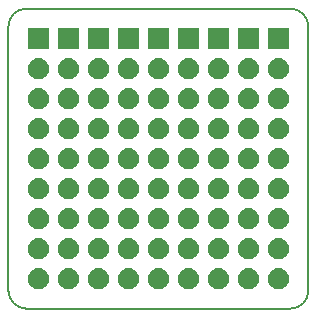
<source format=gbr>
%TF.GenerationSoftware,KiCad,Pcbnew,5.0.2+dfsg1-1~bpo9+1*%
%TF.CreationDate,2019-08-30T14:17:28+02:00*%
%TF.ProjectId,PROTOBOARD,50524f54-4f42-44f4-9152-442e6b696361,1.0*%
%TF.SameCoordinates,Original*%
%TF.FileFunction,Soldermask,Bot*%
%TF.FilePolarity,Negative*%
%FSLAX46Y46*%
G04 Gerber Fmt 4.6, Leading zero omitted, Abs format (unit mm)*
G04 Created by KiCad (PCBNEW 5.0.2+dfsg1-1~bpo9+1) date Fri 30 Aug 2019 02:17:28 PM CEST*
%MOMM*%
%LPD*%
G01*
G04 APERTURE LIST*
%ADD10C,0.150000*%
%ADD11C,0.100000*%
G04 APERTURE END LIST*
D10*
X119380000Y-49784000D02*
X119380000Y-72136000D01*
X143256000Y-48260000D02*
X120904000Y-48260000D01*
X144780000Y-72136000D02*
X144780000Y-49784000D01*
X120904000Y-73660000D02*
X143256000Y-73660000D01*
X143256000Y-48260000D02*
G75*
G02X144780000Y-49784000I0J-1524000D01*
G01*
X119380000Y-49784000D02*
G75*
G02X120904000Y-48260000I1524000J0D01*
G01*
X120904000Y-73660000D02*
G75*
G02X119380000Y-72136000I0J1524000D01*
G01*
X144780000Y-72136000D02*
G75*
G02X143256000Y-73660000I-1524000J0D01*
G01*
D11*
G36*
X122030442Y-70225518D02*
X122096627Y-70232037D01*
X122209853Y-70266384D01*
X122266467Y-70283557D01*
X122405087Y-70357652D01*
X122422991Y-70367222D01*
X122458729Y-70396552D01*
X122560186Y-70479814D01*
X122643448Y-70581271D01*
X122672778Y-70617009D01*
X122672779Y-70617011D01*
X122756443Y-70773533D01*
X122756443Y-70773534D01*
X122807963Y-70943373D01*
X122825359Y-71120000D01*
X122807963Y-71296627D01*
X122773616Y-71409853D01*
X122756443Y-71466467D01*
X122682348Y-71605087D01*
X122672778Y-71622991D01*
X122643448Y-71658729D01*
X122560186Y-71760186D01*
X122458729Y-71843448D01*
X122422991Y-71872778D01*
X122422989Y-71872779D01*
X122266467Y-71956443D01*
X122209853Y-71973616D01*
X122096627Y-72007963D01*
X122030443Y-72014481D01*
X121964260Y-72021000D01*
X121875740Y-72021000D01*
X121809557Y-72014481D01*
X121743373Y-72007963D01*
X121630147Y-71973616D01*
X121573533Y-71956443D01*
X121417011Y-71872779D01*
X121417009Y-71872778D01*
X121381271Y-71843448D01*
X121279814Y-71760186D01*
X121196552Y-71658729D01*
X121167222Y-71622991D01*
X121157652Y-71605087D01*
X121083557Y-71466467D01*
X121066384Y-71409853D01*
X121032037Y-71296627D01*
X121014641Y-71120000D01*
X121032037Y-70943373D01*
X121083557Y-70773534D01*
X121083557Y-70773533D01*
X121167221Y-70617011D01*
X121167222Y-70617009D01*
X121196552Y-70581271D01*
X121279814Y-70479814D01*
X121381271Y-70396552D01*
X121417009Y-70367222D01*
X121434913Y-70357652D01*
X121573533Y-70283557D01*
X121630147Y-70266384D01*
X121743373Y-70232037D01*
X121809558Y-70225518D01*
X121875740Y-70219000D01*
X121964260Y-70219000D01*
X122030442Y-70225518D01*
X122030442Y-70225518D01*
G37*
G36*
X139810442Y-70225518D02*
X139876627Y-70232037D01*
X139989853Y-70266384D01*
X140046467Y-70283557D01*
X140185087Y-70357652D01*
X140202991Y-70367222D01*
X140238729Y-70396552D01*
X140340186Y-70479814D01*
X140423448Y-70581271D01*
X140452778Y-70617009D01*
X140452779Y-70617011D01*
X140536443Y-70773533D01*
X140536443Y-70773534D01*
X140587963Y-70943373D01*
X140605359Y-71120000D01*
X140587963Y-71296627D01*
X140553616Y-71409853D01*
X140536443Y-71466467D01*
X140462348Y-71605087D01*
X140452778Y-71622991D01*
X140423448Y-71658729D01*
X140340186Y-71760186D01*
X140238729Y-71843448D01*
X140202991Y-71872778D01*
X140202989Y-71872779D01*
X140046467Y-71956443D01*
X139989853Y-71973616D01*
X139876627Y-72007963D01*
X139810443Y-72014481D01*
X139744260Y-72021000D01*
X139655740Y-72021000D01*
X139589557Y-72014481D01*
X139523373Y-72007963D01*
X139410147Y-71973616D01*
X139353533Y-71956443D01*
X139197011Y-71872779D01*
X139197009Y-71872778D01*
X139161271Y-71843448D01*
X139059814Y-71760186D01*
X138976552Y-71658729D01*
X138947222Y-71622991D01*
X138937652Y-71605087D01*
X138863557Y-71466467D01*
X138846384Y-71409853D01*
X138812037Y-71296627D01*
X138794641Y-71120000D01*
X138812037Y-70943373D01*
X138863557Y-70773534D01*
X138863557Y-70773533D01*
X138947221Y-70617011D01*
X138947222Y-70617009D01*
X138976552Y-70581271D01*
X139059814Y-70479814D01*
X139161271Y-70396552D01*
X139197009Y-70367222D01*
X139214913Y-70357652D01*
X139353533Y-70283557D01*
X139410147Y-70266384D01*
X139523373Y-70232037D01*
X139589558Y-70225518D01*
X139655740Y-70219000D01*
X139744260Y-70219000D01*
X139810442Y-70225518D01*
X139810442Y-70225518D01*
G37*
G36*
X142350442Y-70225518D02*
X142416627Y-70232037D01*
X142529853Y-70266384D01*
X142586467Y-70283557D01*
X142725087Y-70357652D01*
X142742991Y-70367222D01*
X142778729Y-70396552D01*
X142880186Y-70479814D01*
X142963448Y-70581271D01*
X142992778Y-70617009D01*
X142992779Y-70617011D01*
X143076443Y-70773533D01*
X143076443Y-70773534D01*
X143127963Y-70943373D01*
X143145359Y-71120000D01*
X143127963Y-71296627D01*
X143093616Y-71409853D01*
X143076443Y-71466467D01*
X143002348Y-71605087D01*
X142992778Y-71622991D01*
X142963448Y-71658729D01*
X142880186Y-71760186D01*
X142778729Y-71843448D01*
X142742991Y-71872778D01*
X142742989Y-71872779D01*
X142586467Y-71956443D01*
X142529853Y-71973616D01*
X142416627Y-72007963D01*
X142350443Y-72014481D01*
X142284260Y-72021000D01*
X142195740Y-72021000D01*
X142129557Y-72014481D01*
X142063373Y-72007963D01*
X141950147Y-71973616D01*
X141893533Y-71956443D01*
X141737011Y-71872779D01*
X141737009Y-71872778D01*
X141701271Y-71843448D01*
X141599814Y-71760186D01*
X141516552Y-71658729D01*
X141487222Y-71622991D01*
X141477652Y-71605087D01*
X141403557Y-71466467D01*
X141386384Y-71409853D01*
X141352037Y-71296627D01*
X141334641Y-71120000D01*
X141352037Y-70943373D01*
X141403557Y-70773534D01*
X141403557Y-70773533D01*
X141487221Y-70617011D01*
X141487222Y-70617009D01*
X141516552Y-70581271D01*
X141599814Y-70479814D01*
X141701271Y-70396552D01*
X141737009Y-70367222D01*
X141754913Y-70357652D01*
X141893533Y-70283557D01*
X141950147Y-70266384D01*
X142063373Y-70232037D01*
X142129558Y-70225518D01*
X142195740Y-70219000D01*
X142284260Y-70219000D01*
X142350442Y-70225518D01*
X142350442Y-70225518D01*
G37*
G36*
X137270442Y-70225518D02*
X137336627Y-70232037D01*
X137449853Y-70266384D01*
X137506467Y-70283557D01*
X137645087Y-70357652D01*
X137662991Y-70367222D01*
X137698729Y-70396552D01*
X137800186Y-70479814D01*
X137883448Y-70581271D01*
X137912778Y-70617009D01*
X137912779Y-70617011D01*
X137996443Y-70773533D01*
X137996443Y-70773534D01*
X138047963Y-70943373D01*
X138065359Y-71120000D01*
X138047963Y-71296627D01*
X138013616Y-71409853D01*
X137996443Y-71466467D01*
X137922348Y-71605087D01*
X137912778Y-71622991D01*
X137883448Y-71658729D01*
X137800186Y-71760186D01*
X137698729Y-71843448D01*
X137662991Y-71872778D01*
X137662989Y-71872779D01*
X137506467Y-71956443D01*
X137449853Y-71973616D01*
X137336627Y-72007963D01*
X137270443Y-72014481D01*
X137204260Y-72021000D01*
X137115740Y-72021000D01*
X137049557Y-72014481D01*
X136983373Y-72007963D01*
X136870147Y-71973616D01*
X136813533Y-71956443D01*
X136657011Y-71872779D01*
X136657009Y-71872778D01*
X136621271Y-71843448D01*
X136519814Y-71760186D01*
X136436552Y-71658729D01*
X136407222Y-71622991D01*
X136397652Y-71605087D01*
X136323557Y-71466467D01*
X136306384Y-71409853D01*
X136272037Y-71296627D01*
X136254641Y-71120000D01*
X136272037Y-70943373D01*
X136323557Y-70773534D01*
X136323557Y-70773533D01*
X136407221Y-70617011D01*
X136407222Y-70617009D01*
X136436552Y-70581271D01*
X136519814Y-70479814D01*
X136621271Y-70396552D01*
X136657009Y-70367222D01*
X136674913Y-70357652D01*
X136813533Y-70283557D01*
X136870147Y-70266384D01*
X136983373Y-70232037D01*
X137049558Y-70225518D01*
X137115740Y-70219000D01*
X137204260Y-70219000D01*
X137270442Y-70225518D01*
X137270442Y-70225518D01*
G37*
G36*
X134730442Y-70225518D02*
X134796627Y-70232037D01*
X134909853Y-70266384D01*
X134966467Y-70283557D01*
X135105087Y-70357652D01*
X135122991Y-70367222D01*
X135158729Y-70396552D01*
X135260186Y-70479814D01*
X135343448Y-70581271D01*
X135372778Y-70617009D01*
X135372779Y-70617011D01*
X135456443Y-70773533D01*
X135456443Y-70773534D01*
X135507963Y-70943373D01*
X135525359Y-71120000D01*
X135507963Y-71296627D01*
X135473616Y-71409853D01*
X135456443Y-71466467D01*
X135382348Y-71605087D01*
X135372778Y-71622991D01*
X135343448Y-71658729D01*
X135260186Y-71760186D01*
X135158729Y-71843448D01*
X135122991Y-71872778D01*
X135122989Y-71872779D01*
X134966467Y-71956443D01*
X134909853Y-71973616D01*
X134796627Y-72007963D01*
X134730443Y-72014481D01*
X134664260Y-72021000D01*
X134575740Y-72021000D01*
X134509557Y-72014481D01*
X134443373Y-72007963D01*
X134330147Y-71973616D01*
X134273533Y-71956443D01*
X134117011Y-71872779D01*
X134117009Y-71872778D01*
X134081271Y-71843448D01*
X133979814Y-71760186D01*
X133896552Y-71658729D01*
X133867222Y-71622991D01*
X133857652Y-71605087D01*
X133783557Y-71466467D01*
X133766384Y-71409853D01*
X133732037Y-71296627D01*
X133714641Y-71120000D01*
X133732037Y-70943373D01*
X133783557Y-70773534D01*
X133783557Y-70773533D01*
X133867221Y-70617011D01*
X133867222Y-70617009D01*
X133896552Y-70581271D01*
X133979814Y-70479814D01*
X134081271Y-70396552D01*
X134117009Y-70367222D01*
X134134913Y-70357652D01*
X134273533Y-70283557D01*
X134330147Y-70266384D01*
X134443373Y-70232037D01*
X134509558Y-70225518D01*
X134575740Y-70219000D01*
X134664260Y-70219000D01*
X134730442Y-70225518D01*
X134730442Y-70225518D01*
G37*
G36*
X129650442Y-70225518D02*
X129716627Y-70232037D01*
X129829853Y-70266384D01*
X129886467Y-70283557D01*
X130025087Y-70357652D01*
X130042991Y-70367222D01*
X130078729Y-70396552D01*
X130180186Y-70479814D01*
X130263448Y-70581271D01*
X130292778Y-70617009D01*
X130292779Y-70617011D01*
X130376443Y-70773533D01*
X130376443Y-70773534D01*
X130427963Y-70943373D01*
X130445359Y-71120000D01*
X130427963Y-71296627D01*
X130393616Y-71409853D01*
X130376443Y-71466467D01*
X130302348Y-71605087D01*
X130292778Y-71622991D01*
X130263448Y-71658729D01*
X130180186Y-71760186D01*
X130078729Y-71843448D01*
X130042991Y-71872778D01*
X130042989Y-71872779D01*
X129886467Y-71956443D01*
X129829853Y-71973616D01*
X129716627Y-72007963D01*
X129650443Y-72014481D01*
X129584260Y-72021000D01*
X129495740Y-72021000D01*
X129429557Y-72014481D01*
X129363373Y-72007963D01*
X129250147Y-71973616D01*
X129193533Y-71956443D01*
X129037011Y-71872779D01*
X129037009Y-71872778D01*
X129001271Y-71843448D01*
X128899814Y-71760186D01*
X128816552Y-71658729D01*
X128787222Y-71622991D01*
X128777652Y-71605087D01*
X128703557Y-71466467D01*
X128686384Y-71409853D01*
X128652037Y-71296627D01*
X128634641Y-71120000D01*
X128652037Y-70943373D01*
X128703557Y-70773534D01*
X128703557Y-70773533D01*
X128787221Y-70617011D01*
X128787222Y-70617009D01*
X128816552Y-70581271D01*
X128899814Y-70479814D01*
X129001271Y-70396552D01*
X129037009Y-70367222D01*
X129054913Y-70357652D01*
X129193533Y-70283557D01*
X129250147Y-70266384D01*
X129363373Y-70232037D01*
X129429558Y-70225518D01*
X129495740Y-70219000D01*
X129584260Y-70219000D01*
X129650442Y-70225518D01*
X129650442Y-70225518D01*
G37*
G36*
X132190442Y-70225518D02*
X132256627Y-70232037D01*
X132369853Y-70266384D01*
X132426467Y-70283557D01*
X132565087Y-70357652D01*
X132582991Y-70367222D01*
X132618729Y-70396552D01*
X132720186Y-70479814D01*
X132803448Y-70581271D01*
X132832778Y-70617009D01*
X132832779Y-70617011D01*
X132916443Y-70773533D01*
X132916443Y-70773534D01*
X132967963Y-70943373D01*
X132985359Y-71120000D01*
X132967963Y-71296627D01*
X132933616Y-71409853D01*
X132916443Y-71466467D01*
X132842348Y-71605087D01*
X132832778Y-71622991D01*
X132803448Y-71658729D01*
X132720186Y-71760186D01*
X132618729Y-71843448D01*
X132582991Y-71872778D01*
X132582989Y-71872779D01*
X132426467Y-71956443D01*
X132369853Y-71973616D01*
X132256627Y-72007963D01*
X132190443Y-72014481D01*
X132124260Y-72021000D01*
X132035740Y-72021000D01*
X131969557Y-72014481D01*
X131903373Y-72007963D01*
X131790147Y-71973616D01*
X131733533Y-71956443D01*
X131577011Y-71872779D01*
X131577009Y-71872778D01*
X131541271Y-71843448D01*
X131439814Y-71760186D01*
X131356552Y-71658729D01*
X131327222Y-71622991D01*
X131317652Y-71605087D01*
X131243557Y-71466467D01*
X131226384Y-71409853D01*
X131192037Y-71296627D01*
X131174641Y-71120000D01*
X131192037Y-70943373D01*
X131243557Y-70773534D01*
X131243557Y-70773533D01*
X131327221Y-70617011D01*
X131327222Y-70617009D01*
X131356552Y-70581271D01*
X131439814Y-70479814D01*
X131541271Y-70396552D01*
X131577009Y-70367222D01*
X131594913Y-70357652D01*
X131733533Y-70283557D01*
X131790147Y-70266384D01*
X131903373Y-70232037D01*
X131969558Y-70225518D01*
X132035740Y-70219000D01*
X132124260Y-70219000D01*
X132190442Y-70225518D01*
X132190442Y-70225518D01*
G37*
G36*
X124570442Y-70225518D02*
X124636627Y-70232037D01*
X124749853Y-70266384D01*
X124806467Y-70283557D01*
X124945087Y-70357652D01*
X124962991Y-70367222D01*
X124998729Y-70396552D01*
X125100186Y-70479814D01*
X125183448Y-70581271D01*
X125212778Y-70617009D01*
X125212779Y-70617011D01*
X125296443Y-70773533D01*
X125296443Y-70773534D01*
X125347963Y-70943373D01*
X125365359Y-71120000D01*
X125347963Y-71296627D01*
X125313616Y-71409853D01*
X125296443Y-71466467D01*
X125222348Y-71605087D01*
X125212778Y-71622991D01*
X125183448Y-71658729D01*
X125100186Y-71760186D01*
X124998729Y-71843448D01*
X124962991Y-71872778D01*
X124962989Y-71872779D01*
X124806467Y-71956443D01*
X124749853Y-71973616D01*
X124636627Y-72007963D01*
X124570443Y-72014481D01*
X124504260Y-72021000D01*
X124415740Y-72021000D01*
X124349557Y-72014481D01*
X124283373Y-72007963D01*
X124170147Y-71973616D01*
X124113533Y-71956443D01*
X123957011Y-71872779D01*
X123957009Y-71872778D01*
X123921271Y-71843448D01*
X123819814Y-71760186D01*
X123736552Y-71658729D01*
X123707222Y-71622991D01*
X123697652Y-71605087D01*
X123623557Y-71466467D01*
X123606384Y-71409853D01*
X123572037Y-71296627D01*
X123554641Y-71120000D01*
X123572037Y-70943373D01*
X123623557Y-70773534D01*
X123623557Y-70773533D01*
X123707221Y-70617011D01*
X123707222Y-70617009D01*
X123736552Y-70581271D01*
X123819814Y-70479814D01*
X123921271Y-70396552D01*
X123957009Y-70367222D01*
X123974913Y-70357652D01*
X124113533Y-70283557D01*
X124170147Y-70266384D01*
X124283373Y-70232037D01*
X124349558Y-70225518D01*
X124415740Y-70219000D01*
X124504260Y-70219000D01*
X124570442Y-70225518D01*
X124570442Y-70225518D01*
G37*
G36*
X127110442Y-70225518D02*
X127176627Y-70232037D01*
X127289853Y-70266384D01*
X127346467Y-70283557D01*
X127485087Y-70357652D01*
X127502991Y-70367222D01*
X127538729Y-70396552D01*
X127640186Y-70479814D01*
X127723448Y-70581271D01*
X127752778Y-70617009D01*
X127752779Y-70617011D01*
X127836443Y-70773533D01*
X127836443Y-70773534D01*
X127887963Y-70943373D01*
X127905359Y-71120000D01*
X127887963Y-71296627D01*
X127853616Y-71409853D01*
X127836443Y-71466467D01*
X127762348Y-71605087D01*
X127752778Y-71622991D01*
X127723448Y-71658729D01*
X127640186Y-71760186D01*
X127538729Y-71843448D01*
X127502991Y-71872778D01*
X127502989Y-71872779D01*
X127346467Y-71956443D01*
X127289853Y-71973616D01*
X127176627Y-72007963D01*
X127110443Y-72014481D01*
X127044260Y-72021000D01*
X126955740Y-72021000D01*
X126889557Y-72014481D01*
X126823373Y-72007963D01*
X126710147Y-71973616D01*
X126653533Y-71956443D01*
X126497011Y-71872779D01*
X126497009Y-71872778D01*
X126461271Y-71843448D01*
X126359814Y-71760186D01*
X126276552Y-71658729D01*
X126247222Y-71622991D01*
X126237652Y-71605087D01*
X126163557Y-71466467D01*
X126146384Y-71409853D01*
X126112037Y-71296627D01*
X126094641Y-71120000D01*
X126112037Y-70943373D01*
X126163557Y-70773534D01*
X126163557Y-70773533D01*
X126247221Y-70617011D01*
X126247222Y-70617009D01*
X126276552Y-70581271D01*
X126359814Y-70479814D01*
X126461271Y-70396552D01*
X126497009Y-70367222D01*
X126514913Y-70357652D01*
X126653533Y-70283557D01*
X126710147Y-70266384D01*
X126823373Y-70232037D01*
X126889558Y-70225518D01*
X126955740Y-70219000D01*
X127044260Y-70219000D01*
X127110442Y-70225518D01*
X127110442Y-70225518D01*
G37*
G36*
X127110443Y-67685519D02*
X127176627Y-67692037D01*
X127289853Y-67726384D01*
X127346467Y-67743557D01*
X127485087Y-67817652D01*
X127502991Y-67827222D01*
X127538729Y-67856552D01*
X127640186Y-67939814D01*
X127723448Y-68041271D01*
X127752778Y-68077009D01*
X127752779Y-68077011D01*
X127836443Y-68233533D01*
X127836443Y-68233534D01*
X127887963Y-68403373D01*
X127905359Y-68580000D01*
X127887963Y-68756627D01*
X127853616Y-68869853D01*
X127836443Y-68926467D01*
X127762348Y-69065087D01*
X127752778Y-69082991D01*
X127723448Y-69118729D01*
X127640186Y-69220186D01*
X127538729Y-69303448D01*
X127502991Y-69332778D01*
X127502989Y-69332779D01*
X127346467Y-69416443D01*
X127289853Y-69433616D01*
X127176627Y-69467963D01*
X127110442Y-69474482D01*
X127044260Y-69481000D01*
X126955740Y-69481000D01*
X126889558Y-69474482D01*
X126823373Y-69467963D01*
X126710147Y-69433616D01*
X126653533Y-69416443D01*
X126497011Y-69332779D01*
X126497009Y-69332778D01*
X126461271Y-69303448D01*
X126359814Y-69220186D01*
X126276552Y-69118729D01*
X126247222Y-69082991D01*
X126237652Y-69065087D01*
X126163557Y-68926467D01*
X126146384Y-68869853D01*
X126112037Y-68756627D01*
X126094641Y-68580000D01*
X126112037Y-68403373D01*
X126163557Y-68233534D01*
X126163557Y-68233533D01*
X126247221Y-68077011D01*
X126247222Y-68077009D01*
X126276552Y-68041271D01*
X126359814Y-67939814D01*
X126461271Y-67856552D01*
X126497009Y-67827222D01*
X126514913Y-67817652D01*
X126653533Y-67743557D01*
X126710147Y-67726384D01*
X126823373Y-67692037D01*
X126889557Y-67685519D01*
X126955740Y-67679000D01*
X127044260Y-67679000D01*
X127110443Y-67685519D01*
X127110443Y-67685519D01*
G37*
G36*
X129650443Y-67685519D02*
X129716627Y-67692037D01*
X129829853Y-67726384D01*
X129886467Y-67743557D01*
X130025087Y-67817652D01*
X130042991Y-67827222D01*
X130078729Y-67856552D01*
X130180186Y-67939814D01*
X130263448Y-68041271D01*
X130292778Y-68077009D01*
X130292779Y-68077011D01*
X130376443Y-68233533D01*
X130376443Y-68233534D01*
X130427963Y-68403373D01*
X130445359Y-68580000D01*
X130427963Y-68756627D01*
X130393616Y-68869853D01*
X130376443Y-68926467D01*
X130302348Y-69065087D01*
X130292778Y-69082991D01*
X130263448Y-69118729D01*
X130180186Y-69220186D01*
X130078729Y-69303448D01*
X130042991Y-69332778D01*
X130042989Y-69332779D01*
X129886467Y-69416443D01*
X129829853Y-69433616D01*
X129716627Y-69467963D01*
X129650442Y-69474482D01*
X129584260Y-69481000D01*
X129495740Y-69481000D01*
X129429558Y-69474482D01*
X129363373Y-69467963D01*
X129250147Y-69433616D01*
X129193533Y-69416443D01*
X129037011Y-69332779D01*
X129037009Y-69332778D01*
X129001271Y-69303448D01*
X128899814Y-69220186D01*
X128816552Y-69118729D01*
X128787222Y-69082991D01*
X128777652Y-69065087D01*
X128703557Y-68926467D01*
X128686384Y-68869853D01*
X128652037Y-68756627D01*
X128634641Y-68580000D01*
X128652037Y-68403373D01*
X128703557Y-68233534D01*
X128703557Y-68233533D01*
X128787221Y-68077011D01*
X128787222Y-68077009D01*
X128816552Y-68041271D01*
X128899814Y-67939814D01*
X129001271Y-67856552D01*
X129037009Y-67827222D01*
X129054913Y-67817652D01*
X129193533Y-67743557D01*
X129250147Y-67726384D01*
X129363373Y-67692037D01*
X129429557Y-67685519D01*
X129495740Y-67679000D01*
X129584260Y-67679000D01*
X129650443Y-67685519D01*
X129650443Y-67685519D01*
G37*
G36*
X132190443Y-67685519D02*
X132256627Y-67692037D01*
X132369853Y-67726384D01*
X132426467Y-67743557D01*
X132565087Y-67817652D01*
X132582991Y-67827222D01*
X132618729Y-67856552D01*
X132720186Y-67939814D01*
X132803448Y-68041271D01*
X132832778Y-68077009D01*
X132832779Y-68077011D01*
X132916443Y-68233533D01*
X132916443Y-68233534D01*
X132967963Y-68403373D01*
X132985359Y-68580000D01*
X132967963Y-68756627D01*
X132933616Y-68869853D01*
X132916443Y-68926467D01*
X132842348Y-69065087D01*
X132832778Y-69082991D01*
X132803448Y-69118729D01*
X132720186Y-69220186D01*
X132618729Y-69303448D01*
X132582991Y-69332778D01*
X132582989Y-69332779D01*
X132426467Y-69416443D01*
X132369853Y-69433616D01*
X132256627Y-69467963D01*
X132190442Y-69474482D01*
X132124260Y-69481000D01*
X132035740Y-69481000D01*
X131969558Y-69474482D01*
X131903373Y-69467963D01*
X131790147Y-69433616D01*
X131733533Y-69416443D01*
X131577011Y-69332779D01*
X131577009Y-69332778D01*
X131541271Y-69303448D01*
X131439814Y-69220186D01*
X131356552Y-69118729D01*
X131327222Y-69082991D01*
X131317652Y-69065087D01*
X131243557Y-68926467D01*
X131226384Y-68869853D01*
X131192037Y-68756627D01*
X131174641Y-68580000D01*
X131192037Y-68403373D01*
X131243557Y-68233534D01*
X131243557Y-68233533D01*
X131327221Y-68077011D01*
X131327222Y-68077009D01*
X131356552Y-68041271D01*
X131439814Y-67939814D01*
X131541271Y-67856552D01*
X131577009Y-67827222D01*
X131594913Y-67817652D01*
X131733533Y-67743557D01*
X131790147Y-67726384D01*
X131903373Y-67692037D01*
X131969557Y-67685519D01*
X132035740Y-67679000D01*
X132124260Y-67679000D01*
X132190443Y-67685519D01*
X132190443Y-67685519D01*
G37*
G36*
X134730443Y-67685519D02*
X134796627Y-67692037D01*
X134909853Y-67726384D01*
X134966467Y-67743557D01*
X135105087Y-67817652D01*
X135122991Y-67827222D01*
X135158729Y-67856552D01*
X135260186Y-67939814D01*
X135343448Y-68041271D01*
X135372778Y-68077009D01*
X135372779Y-68077011D01*
X135456443Y-68233533D01*
X135456443Y-68233534D01*
X135507963Y-68403373D01*
X135525359Y-68580000D01*
X135507963Y-68756627D01*
X135473616Y-68869853D01*
X135456443Y-68926467D01*
X135382348Y-69065087D01*
X135372778Y-69082991D01*
X135343448Y-69118729D01*
X135260186Y-69220186D01*
X135158729Y-69303448D01*
X135122991Y-69332778D01*
X135122989Y-69332779D01*
X134966467Y-69416443D01*
X134909853Y-69433616D01*
X134796627Y-69467963D01*
X134730442Y-69474482D01*
X134664260Y-69481000D01*
X134575740Y-69481000D01*
X134509558Y-69474482D01*
X134443373Y-69467963D01*
X134330147Y-69433616D01*
X134273533Y-69416443D01*
X134117011Y-69332779D01*
X134117009Y-69332778D01*
X134081271Y-69303448D01*
X133979814Y-69220186D01*
X133896552Y-69118729D01*
X133867222Y-69082991D01*
X133857652Y-69065087D01*
X133783557Y-68926467D01*
X133766384Y-68869853D01*
X133732037Y-68756627D01*
X133714641Y-68580000D01*
X133732037Y-68403373D01*
X133783557Y-68233534D01*
X133783557Y-68233533D01*
X133867221Y-68077011D01*
X133867222Y-68077009D01*
X133896552Y-68041271D01*
X133979814Y-67939814D01*
X134081271Y-67856552D01*
X134117009Y-67827222D01*
X134134913Y-67817652D01*
X134273533Y-67743557D01*
X134330147Y-67726384D01*
X134443373Y-67692037D01*
X134509557Y-67685519D01*
X134575740Y-67679000D01*
X134664260Y-67679000D01*
X134730443Y-67685519D01*
X134730443Y-67685519D01*
G37*
G36*
X124570443Y-67685519D02*
X124636627Y-67692037D01*
X124749853Y-67726384D01*
X124806467Y-67743557D01*
X124945087Y-67817652D01*
X124962991Y-67827222D01*
X124998729Y-67856552D01*
X125100186Y-67939814D01*
X125183448Y-68041271D01*
X125212778Y-68077009D01*
X125212779Y-68077011D01*
X125296443Y-68233533D01*
X125296443Y-68233534D01*
X125347963Y-68403373D01*
X125365359Y-68580000D01*
X125347963Y-68756627D01*
X125313616Y-68869853D01*
X125296443Y-68926467D01*
X125222348Y-69065087D01*
X125212778Y-69082991D01*
X125183448Y-69118729D01*
X125100186Y-69220186D01*
X124998729Y-69303448D01*
X124962991Y-69332778D01*
X124962989Y-69332779D01*
X124806467Y-69416443D01*
X124749853Y-69433616D01*
X124636627Y-69467963D01*
X124570442Y-69474482D01*
X124504260Y-69481000D01*
X124415740Y-69481000D01*
X124349558Y-69474482D01*
X124283373Y-69467963D01*
X124170147Y-69433616D01*
X124113533Y-69416443D01*
X123957011Y-69332779D01*
X123957009Y-69332778D01*
X123921271Y-69303448D01*
X123819814Y-69220186D01*
X123736552Y-69118729D01*
X123707222Y-69082991D01*
X123697652Y-69065087D01*
X123623557Y-68926467D01*
X123606384Y-68869853D01*
X123572037Y-68756627D01*
X123554641Y-68580000D01*
X123572037Y-68403373D01*
X123623557Y-68233534D01*
X123623557Y-68233533D01*
X123707221Y-68077011D01*
X123707222Y-68077009D01*
X123736552Y-68041271D01*
X123819814Y-67939814D01*
X123921271Y-67856552D01*
X123957009Y-67827222D01*
X123974913Y-67817652D01*
X124113533Y-67743557D01*
X124170147Y-67726384D01*
X124283373Y-67692037D01*
X124349557Y-67685519D01*
X124415740Y-67679000D01*
X124504260Y-67679000D01*
X124570443Y-67685519D01*
X124570443Y-67685519D01*
G37*
G36*
X122030443Y-67685519D02*
X122096627Y-67692037D01*
X122209853Y-67726384D01*
X122266467Y-67743557D01*
X122405087Y-67817652D01*
X122422991Y-67827222D01*
X122458729Y-67856552D01*
X122560186Y-67939814D01*
X122643448Y-68041271D01*
X122672778Y-68077009D01*
X122672779Y-68077011D01*
X122756443Y-68233533D01*
X122756443Y-68233534D01*
X122807963Y-68403373D01*
X122825359Y-68580000D01*
X122807963Y-68756627D01*
X122773616Y-68869853D01*
X122756443Y-68926467D01*
X122682348Y-69065087D01*
X122672778Y-69082991D01*
X122643448Y-69118729D01*
X122560186Y-69220186D01*
X122458729Y-69303448D01*
X122422991Y-69332778D01*
X122422989Y-69332779D01*
X122266467Y-69416443D01*
X122209853Y-69433616D01*
X122096627Y-69467963D01*
X122030442Y-69474482D01*
X121964260Y-69481000D01*
X121875740Y-69481000D01*
X121809558Y-69474482D01*
X121743373Y-69467963D01*
X121630147Y-69433616D01*
X121573533Y-69416443D01*
X121417011Y-69332779D01*
X121417009Y-69332778D01*
X121381271Y-69303448D01*
X121279814Y-69220186D01*
X121196552Y-69118729D01*
X121167222Y-69082991D01*
X121157652Y-69065087D01*
X121083557Y-68926467D01*
X121066384Y-68869853D01*
X121032037Y-68756627D01*
X121014641Y-68580000D01*
X121032037Y-68403373D01*
X121083557Y-68233534D01*
X121083557Y-68233533D01*
X121167221Y-68077011D01*
X121167222Y-68077009D01*
X121196552Y-68041271D01*
X121279814Y-67939814D01*
X121381271Y-67856552D01*
X121417009Y-67827222D01*
X121434913Y-67817652D01*
X121573533Y-67743557D01*
X121630147Y-67726384D01*
X121743373Y-67692037D01*
X121809557Y-67685519D01*
X121875740Y-67679000D01*
X121964260Y-67679000D01*
X122030443Y-67685519D01*
X122030443Y-67685519D01*
G37*
G36*
X137270443Y-67685519D02*
X137336627Y-67692037D01*
X137449853Y-67726384D01*
X137506467Y-67743557D01*
X137645087Y-67817652D01*
X137662991Y-67827222D01*
X137698729Y-67856552D01*
X137800186Y-67939814D01*
X137883448Y-68041271D01*
X137912778Y-68077009D01*
X137912779Y-68077011D01*
X137996443Y-68233533D01*
X137996443Y-68233534D01*
X138047963Y-68403373D01*
X138065359Y-68580000D01*
X138047963Y-68756627D01*
X138013616Y-68869853D01*
X137996443Y-68926467D01*
X137922348Y-69065087D01*
X137912778Y-69082991D01*
X137883448Y-69118729D01*
X137800186Y-69220186D01*
X137698729Y-69303448D01*
X137662991Y-69332778D01*
X137662989Y-69332779D01*
X137506467Y-69416443D01*
X137449853Y-69433616D01*
X137336627Y-69467963D01*
X137270442Y-69474482D01*
X137204260Y-69481000D01*
X137115740Y-69481000D01*
X137049558Y-69474482D01*
X136983373Y-69467963D01*
X136870147Y-69433616D01*
X136813533Y-69416443D01*
X136657011Y-69332779D01*
X136657009Y-69332778D01*
X136621271Y-69303448D01*
X136519814Y-69220186D01*
X136436552Y-69118729D01*
X136407222Y-69082991D01*
X136397652Y-69065087D01*
X136323557Y-68926467D01*
X136306384Y-68869853D01*
X136272037Y-68756627D01*
X136254641Y-68580000D01*
X136272037Y-68403373D01*
X136323557Y-68233534D01*
X136323557Y-68233533D01*
X136407221Y-68077011D01*
X136407222Y-68077009D01*
X136436552Y-68041271D01*
X136519814Y-67939814D01*
X136621271Y-67856552D01*
X136657009Y-67827222D01*
X136674913Y-67817652D01*
X136813533Y-67743557D01*
X136870147Y-67726384D01*
X136983373Y-67692037D01*
X137049557Y-67685519D01*
X137115740Y-67679000D01*
X137204260Y-67679000D01*
X137270443Y-67685519D01*
X137270443Y-67685519D01*
G37*
G36*
X139810443Y-67685519D02*
X139876627Y-67692037D01*
X139989853Y-67726384D01*
X140046467Y-67743557D01*
X140185087Y-67817652D01*
X140202991Y-67827222D01*
X140238729Y-67856552D01*
X140340186Y-67939814D01*
X140423448Y-68041271D01*
X140452778Y-68077009D01*
X140452779Y-68077011D01*
X140536443Y-68233533D01*
X140536443Y-68233534D01*
X140587963Y-68403373D01*
X140605359Y-68580000D01*
X140587963Y-68756627D01*
X140553616Y-68869853D01*
X140536443Y-68926467D01*
X140462348Y-69065087D01*
X140452778Y-69082991D01*
X140423448Y-69118729D01*
X140340186Y-69220186D01*
X140238729Y-69303448D01*
X140202991Y-69332778D01*
X140202989Y-69332779D01*
X140046467Y-69416443D01*
X139989853Y-69433616D01*
X139876627Y-69467963D01*
X139810442Y-69474482D01*
X139744260Y-69481000D01*
X139655740Y-69481000D01*
X139589558Y-69474482D01*
X139523373Y-69467963D01*
X139410147Y-69433616D01*
X139353533Y-69416443D01*
X139197011Y-69332779D01*
X139197009Y-69332778D01*
X139161271Y-69303448D01*
X139059814Y-69220186D01*
X138976552Y-69118729D01*
X138947222Y-69082991D01*
X138937652Y-69065087D01*
X138863557Y-68926467D01*
X138846384Y-68869853D01*
X138812037Y-68756627D01*
X138794641Y-68580000D01*
X138812037Y-68403373D01*
X138863557Y-68233534D01*
X138863557Y-68233533D01*
X138947221Y-68077011D01*
X138947222Y-68077009D01*
X138976552Y-68041271D01*
X139059814Y-67939814D01*
X139161271Y-67856552D01*
X139197009Y-67827222D01*
X139214913Y-67817652D01*
X139353533Y-67743557D01*
X139410147Y-67726384D01*
X139523373Y-67692037D01*
X139589557Y-67685519D01*
X139655740Y-67679000D01*
X139744260Y-67679000D01*
X139810443Y-67685519D01*
X139810443Y-67685519D01*
G37*
G36*
X142350443Y-67685519D02*
X142416627Y-67692037D01*
X142529853Y-67726384D01*
X142586467Y-67743557D01*
X142725087Y-67817652D01*
X142742991Y-67827222D01*
X142778729Y-67856552D01*
X142880186Y-67939814D01*
X142963448Y-68041271D01*
X142992778Y-68077009D01*
X142992779Y-68077011D01*
X143076443Y-68233533D01*
X143076443Y-68233534D01*
X143127963Y-68403373D01*
X143145359Y-68580000D01*
X143127963Y-68756627D01*
X143093616Y-68869853D01*
X143076443Y-68926467D01*
X143002348Y-69065087D01*
X142992778Y-69082991D01*
X142963448Y-69118729D01*
X142880186Y-69220186D01*
X142778729Y-69303448D01*
X142742991Y-69332778D01*
X142742989Y-69332779D01*
X142586467Y-69416443D01*
X142529853Y-69433616D01*
X142416627Y-69467963D01*
X142350442Y-69474482D01*
X142284260Y-69481000D01*
X142195740Y-69481000D01*
X142129558Y-69474482D01*
X142063373Y-69467963D01*
X141950147Y-69433616D01*
X141893533Y-69416443D01*
X141737011Y-69332779D01*
X141737009Y-69332778D01*
X141701271Y-69303448D01*
X141599814Y-69220186D01*
X141516552Y-69118729D01*
X141487222Y-69082991D01*
X141477652Y-69065087D01*
X141403557Y-68926467D01*
X141386384Y-68869853D01*
X141352037Y-68756627D01*
X141334641Y-68580000D01*
X141352037Y-68403373D01*
X141403557Y-68233534D01*
X141403557Y-68233533D01*
X141487221Y-68077011D01*
X141487222Y-68077009D01*
X141516552Y-68041271D01*
X141599814Y-67939814D01*
X141701271Y-67856552D01*
X141737009Y-67827222D01*
X141754913Y-67817652D01*
X141893533Y-67743557D01*
X141950147Y-67726384D01*
X142063373Y-67692037D01*
X142129557Y-67685519D01*
X142195740Y-67679000D01*
X142284260Y-67679000D01*
X142350443Y-67685519D01*
X142350443Y-67685519D01*
G37*
G36*
X134730442Y-65145518D02*
X134796627Y-65152037D01*
X134909853Y-65186384D01*
X134966467Y-65203557D01*
X135105087Y-65277652D01*
X135122991Y-65287222D01*
X135158729Y-65316552D01*
X135260186Y-65399814D01*
X135343448Y-65501271D01*
X135372778Y-65537009D01*
X135372779Y-65537011D01*
X135456443Y-65693533D01*
X135456443Y-65693534D01*
X135507963Y-65863373D01*
X135525359Y-66040000D01*
X135507963Y-66216627D01*
X135473616Y-66329853D01*
X135456443Y-66386467D01*
X135382348Y-66525087D01*
X135372778Y-66542991D01*
X135343448Y-66578729D01*
X135260186Y-66680186D01*
X135158729Y-66763448D01*
X135122991Y-66792778D01*
X135122989Y-66792779D01*
X134966467Y-66876443D01*
X134909853Y-66893616D01*
X134796627Y-66927963D01*
X134730442Y-66934482D01*
X134664260Y-66941000D01*
X134575740Y-66941000D01*
X134509558Y-66934482D01*
X134443373Y-66927963D01*
X134330147Y-66893616D01*
X134273533Y-66876443D01*
X134117011Y-66792779D01*
X134117009Y-66792778D01*
X134081271Y-66763448D01*
X133979814Y-66680186D01*
X133896552Y-66578729D01*
X133867222Y-66542991D01*
X133857652Y-66525087D01*
X133783557Y-66386467D01*
X133766384Y-66329853D01*
X133732037Y-66216627D01*
X133714641Y-66040000D01*
X133732037Y-65863373D01*
X133783557Y-65693534D01*
X133783557Y-65693533D01*
X133867221Y-65537011D01*
X133867222Y-65537009D01*
X133896552Y-65501271D01*
X133979814Y-65399814D01*
X134081271Y-65316552D01*
X134117009Y-65287222D01*
X134134913Y-65277652D01*
X134273533Y-65203557D01*
X134330147Y-65186384D01*
X134443373Y-65152037D01*
X134509558Y-65145518D01*
X134575740Y-65139000D01*
X134664260Y-65139000D01*
X134730442Y-65145518D01*
X134730442Y-65145518D01*
G37*
G36*
X132190442Y-65145518D02*
X132256627Y-65152037D01*
X132369853Y-65186384D01*
X132426467Y-65203557D01*
X132565087Y-65277652D01*
X132582991Y-65287222D01*
X132618729Y-65316552D01*
X132720186Y-65399814D01*
X132803448Y-65501271D01*
X132832778Y-65537009D01*
X132832779Y-65537011D01*
X132916443Y-65693533D01*
X132916443Y-65693534D01*
X132967963Y-65863373D01*
X132985359Y-66040000D01*
X132967963Y-66216627D01*
X132933616Y-66329853D01*
X132916443Y-66386467D01*
X132842348Y-66525087D01*
X132832778Y-66542991D01*
X132803448Y-66578729D01*
X132720186Y-66680186D01*
X132618729Y-66763448D01*
X132582991Y-66792778D01*
X132582989Y-66792779D01*
X132426467Y-66876443D01*
X132369853Y-66893616D01*
X132256627Y-66927963D01*
X132190442Y-66934482D01*
X132124260Y-66941000D01*
X132035740Y-66941000D01*
X131969558Y-66934482D01*
X131903373Y-66927963D01*
X131790147Y-66893616D01*
X131733533Y-66876443D01*
X131577011Y-66792779D01*
X131577009Y-66792778D01*
X131541271Y-66763448D01*
X131439814Y-66680186D01*
X131356552Y-66578729D01*
X131327222Y-66542991D01*
X131317652Y-66525087D01*
X131243557Y-66386467D01*
X131226384Y-66329853D01*
X131192037Y-66216627D01*
X131174641Y-66040000D01*
X131192037Y-65863373D01*
X131243557Y-65693534D01*
X131243557Y-65693533D01*
X131327221Y-65537011D01*
X131327222Y-65537009D01*
X131356552Y-65501271D01*
X131439814Y-65399814D01*
X131541271Y-65316552D01*
X131577009Y-65287222D01*
X131594913Y-65277652D01*
X131733533Y-65203557D01*
X131790147Y-65186384D01*
X131903373Y-65152037D01*
X131969558Y-65145518D01*
X132035740Y-65139000D01*
X132124260Y-65139000D01*
X132190442Y-65145518D01*
X132190442Y-65145518D01*
G37*
G36*
X129650442Y-65145518D02*
X129716627Y-65152037D01*
X129829853Y-65186384D01*
X129886467Y-65203557D01*
X130025087Y-65277652D01*
X130042991Y-65287222D01*
X130078729Y-65316552D01*
X130180186Y-65399814D01*
X130263448Y-65501271D01*
X130292778Y-65537009D01*
X130292779Y-65537011D01*
X130376443Y-65693533D01*
X130376443Y-65693534D01*
X130427963Y-65863373D01*
X130445359Y-66040000D01*
X130427963Y-66216627D01*
X130393616Y-66329853D01*
X130376443Y-66386467D01*
X130302348Y-66525087D01*
X130292778Y-66542991D01*
X130263448Y-66578729D01*
X130180186Y-66680186D01*
X130078729Y-66763448D01*
X130042991Y-66792778D01*
X130042989Y-66792779D01*
X129886467Y-66876443D01*
X129829853Y-66893616D01*
X129716627Y-66927963D01*
X129650442Y-66934482D01*
X129584260Y-66941000D01*
X129495740Y-66941000D01*
X129429558Y-66934482D01*
X129363373Y-66927963D01*
X129250147Y-66893616D01*
X129193533Y-66876443D01*
X129037011Y-66792779D01*
X129037009Y-66792778D01*
X129001271Y-66763448D01*
X128899814Y-66680186D01*
X128816552Y-66578729D01*
X128787222Y-66542991D01*
X128777652Y-66525087D01*
X128703557Y-66386467D01*
X128686384Y-66329853D01*
X128652037Y-66216627D01*
X128634641Y-66040000D01*
X128652037Y-65863373D01*
X128703557Y-65693534D01*
X128703557Y-65693533D01*
X128787221Y-65537011D01*
X128787222Y-65537009D01*
X128816552Y-65501271D01*
X128899814Y-65399814D01*
X129001271Y-65316552D01*
X129037009Y-65287222D01*
X129054913Y-65277652D01*
X129193533Y-65203557D01*
X129250147Y-65186384D01*
X129363373Y-65152037D01*
X129429558Y-65145518D01*
X129495740Y-65139000D01*
X129584260Y-65139000D01*
X129650442Y-65145518D01*
X129650442Y-65145518D01*
G37*
G36*
X127110442Y-65145518D02*
X127176627Y-65152037D01*
X127289853Y-65186384D01*
X127346467Y-65203557D01*
X127485087Y-65277652D01*
X127502991Y-65287222D01*
X127538729Y-65316552D01*
X127640186Y-65399814D01*
X127723448Y-65501271D01*
X127752778Y-65537009D01*
X127752779Y-65537011D01*
X127836443Y-65693533D01*
X127836443Y-65693534D01*
X127887963Y-65863373D01*
X127905359Y-66040000D01*
X127887963Y-66216627D01*
X127853616Y-66329853D01*
X127836443Y-66386467D01*
X127762348Y-66525087D01*
X127752778Y-66542991D01*
X127723448Y-66578729D01*
X127640186Y-66680186D01*
X127538729Y-66763448D01*
X127502991Y-66792778D01*
X127502989Y-66792779D01*
X127346467Y-66876443D01*
X127289853Y-66893616D01*
X127176627Y-66927963D01*
X127110442Y-66934482D01*
X127044260Y-66941000D01*
X126955740Y-66941000D01*
X126889558Y-66934482D01*
X126823373Y-66927963D01*
X126710147Y-66893616D01*
X126653533Y-66876443D01*
X126497011Y-66792779D01*
X126497009Y-66792778D01*
X126461271Y-66763448D01*
X126359814Y-66680186D01*
X126276552Y-66578729D01*
X126247222Y-66542991D01*
X126237652Y-66525087D01*
X126163557Y-66386467D01*
X126146384Y-66329853D01*
X126112037Y-66216627D01*
X126094641Y-66040000D01*
X126112037Y-65863373D01*
X126163557Y-65693534D01*
X126163557Y-65693533D01*
X126247221Y-65537011D01*
X126247222Y-65537009D01*
X126276552Y-65501271D01*
X126359814Y-65399814D01*
X126461271Y-65316552D01*
X126497009Y-65287222D01*
X126514913Y-65277652D01*
X126653533Y-65203557D01*
X126710147Y-65186384D01*
X126823373Y-65152037D01*
X126889558Y-65145518D01*
X126955740Y-65139000D01*
X127044260Y-65139000D01*
X127110442Y-65145518D01*
X127110442Y-65145518D01*
G37*
G36*
X142350442Y-65145518D02*
X142416627Y-65152037D01*
X142529853Y-65186384D01*
X142586467Y-65203557D01*
X142725087Y-65277652D01*
X142742991Y-65287222D01*
X142778729Y-65316552D01*
X142880186Y-65399814D01*
X142963448Y-65501271D01*
X142992778Y-65537009D01*
X142992779Y-65537011D01*
X143076443Y-65693533D01*
X143076443Y-65693534D01*
X143127963Y-65863373D01*
X143145359Y-66040000D01*
X143127963Y-66216627D01*
X143093616Y-66329853D01*
X143076443Y-66386467D01*
X143002348Y-66525087D01*
X142992778Y-66542991D01*
X142963448Y-66578729D01*
X142880186Y-66680186D01*
X142778729Y-66763448D01*
X142742991Y-66792778D01*
X142742989Y-66792779D01*
X142586467Y-66876443D01*
X142529853Y-66893616D01*
X142416627Y-66927963D01*
X142350442Y-66934482D01*
X142284260Y-66941000D01*
X142195740Y-66941000D01*
X142129558Y-66934482D01*
X142063373Y-66927963D01*
X141950147Y-66893616D01*
X141893533Y-66876443D01*
X141737011Y-66792779D01*
X141737009Y-66792778D01*
X141701271Y-66763448D01*
X141599814Y-66680186D01*
X141516552Y-66578729D01*
X141487222Y-66542991D01*
X141477652Y-66525087D01*
X141403557Y-66386467D01*
X141386384Y-66329853D01*
X141352037Y-66216627D01*
X141334641Y-66040000D01*
X141352037Y-65863373D01*
X141403557Y-65693534D01*
X141403557Y-65693533D01*
X141487221Y-65537011D01*
X141487222Y-65537009D01*
X141516552Y-65501271D01*
X141599814Y-65399814D01*
X141701271Y-65316552D01*
X141737009Y-65287222D01*
X141754913Y-65277652D01*
X141893533Y-65203557D01*
X141950147Y-65186384D01*
X142063373Y-65152037D01*
X142129558Y-65145518D01*
X142195740Y-65139000D01*
X142284260Y-65139000D01*
X142350442Y-65145518D01*
X142350442Y-65145518D01*
G37*
G36*
X122030442Y-65145518D02*
X122096627Y-65152037D01*
X122209853Y-65186384D01*
X122266467Y-65203557D01*
X122405087Y-65277652D01*
X122422991Y-65287222D01*
X122458729Y-65316552D01*
X122560186Y-65399814D01*
X122643448Y-65501271D01*
X122672778Y-65537009D01*
X122672779Y-65537011D01*
X122756443Y-65693533D01*
X122756443Y-65693534D01*
X122807963Y-65863373D01*
X122825359Y-66040000D01*
X122807963Y-66216627D01*
X122773616Y-66329853D01*
X122756443Y-66386467D01*
X122682348Y-66525087D01*
X122672778Y-66542991D01*
X122643448Y-66578729D01*
X122560186Y-66680186D01*
X122458729Y-66763448D01*
X122422991Y-66792778D01*
X122422989Y-66792779D01*
X122266467Y-66876443D01*
X122209853Y-66893616D01*
X122096627Y-66927963D01*
X122030442Y-66934482D01*
X121964260Y-66941000D01*
X121875740Y-66941000D01*
X121809558Y-66934482D01*
X121743373Y-66927963D01*
X121630147Y-66893616D01*
X121573533Y-66876443D01*
X121417011Y-66792779D01*
X121417009Y-66792778D01*
X121381271Y-66763448D01*
X121279814Y-66680186D01*
X121196552Y-66578729D01*
X121167222Y-66542991D01*
X121157652Y-66525087D01*
X121083557Y-66386467D01*
X121066384Y-66329853D01*
X121032037Y-66216627D01*
X121014641Y-66040000D01*
X121032037Y-65863373D01*
X121083557Y-65693534D01*
X121083557Y-65693533D01*
X121167221Y-65537011D01*
X121167222Y-65537009D01*
X121196552Y-65501271D01*
X121279814Y-65399814D01*
X121381271Y-65316552D01*
X121417009Y-65287222D01*
X121434913Y-65277652D01*
X121573533Y-65203557D01*
X121630147Y-65186384D01*
X121743373Y-65152037D01*
X121809558Y-65145518D01*
X121875740Y-65139000D01*
X121964260Y-65139000D01*
X122030442Y-65145518D01*
X122030442Y-65145518D01*
G37*
G36*
X124570442Y-65145518D02*
X124636627Y-65152037D01*
X124749853Y-65186384D01*
X124806467Y-65203557D01*
X124945087Y-65277652D01*
X124962991Y-65287222D01*
X124998729Y-65316552D01*
X125100186Y-65399814D01*
X125183448Y-65501271D01*
X125212778Y-65537009D01*
X125212779Y-65537011D01*
X125296443Y-65693533D01*
X125296443Y-65693534D01*
X125347963Y-65863373D01*
X125365359Y-66040000D01*
X125347963Y-66216627D01*
X125313616Y-66329853D01*
X125296443Y-66386467D01*
X125222348Y-66525087D01*
X125212778Y-66542991D01*
X125183448Y-66578729D01*
X125100186Y-66680186D01*
X124998729Y-66763448D01*
X124962991Y-66792778D01*
X124962989Y-66792779D01*
X124806467Y-66876443D01*
X124749853Y-66893616D01*
X124636627Y-66927963D01*
X124570442Y-66934482D01*
X124504260Y-66941000D01*
X124415740Y-66941000D01*
X124349558Y-66934482D01*
X124283373Y-66927963D01*
X124170147Y-66893616D01*
X124113533Y-66876443D01*
X123957011Y-66792779D01*
X123957009Y-66792778D01*
X123921271Y-66763448D01*
X123819814Y-66680186D01*
X123736552Y-66578729D01*
X123707222Y-66542991D01*
X123697652Y-66525087D01*
X123623557Y-66386467D01*
X123606384Y-66329853D01*
X123572037Y-66216627D01*
X123554641Y-66040000D01*
X123572037Y-65863373D01*
X123623557Y-65693534D01*
X123623557Y-65693533D01*
X123707221Y-65537011D01*
X123707222Y-65537009D01*
X123736552Y-65501271D01*
X123819814Y-65399814D01*
X123921271Y-65316552D01*
X123957009Y-65287222D01*
X123974913Y-65277652D01*
X124113533Y-65203557D01*
X124170147Y-65186384D01*
X124283373Y-65152037D01*
X124349558Y-65145518D01*
X124415740Y-65139000D01*
X124504260Y-65139000D01*
X124570442Y-65145518D01*
X124570442Y-65145518D01*
G37*
G36*
X139810442Y-65145518D02*
X139876627Y-65152037D01*
X139989853Y-65186384D01*
X140046467Y-65203557D01*
X140185087Y-65277652D01*
X140202991Y-65287222D01*
X140238729Y-65316552D01*
X140340186Y-65399814D01*
X140423448Y-65501271D01*
X140452778Y-65537009D01*
X140452779Y-65537011D01*
X140536443Y-65693533D01*
X140536443Y-65693534D01*
X140587963Y-65863373D01*
X140605359Y-66040000D01*
X140587963Y-66216627D01*
X140553616Y-66329853D01*
X140536443Y-66386467D01*
X140462348Y-66525087D01*
X140452778Y-66542991D01*
X140423448Y-66578729D01*
X140340186Y-66680186D01*
X140238729Y-66763448D01*
X140202991Y-66792778D01*
X140202989Y-66792779D01*
X140046467Y-66876443D01*
X139989853Y-66893616D01*
X139876627Y-66927963D01*
X139810442Y-66934482D01*
X139744260Y-66941000D01*
X139655740Y-66941000D01*
X139589558Y-66934482D01*
X139523373Y-66927963D01*
X139410147Y-66893616D01*
X139353533Y-66876443D01*
X139197011Y-66792779D01*
X139197009Y-66792778D01*
X139161271Y-66763448D01*
X139059814Y-66680186D01*
X138976552Y-66578729D01*
X138947222Y-66542991D01*
X138937652Y-66525087D01*
X138863557Y-66386467D01*
X138846384Y-66329853D01*
X138812037Y-66216627D01*
X138794641Y-66040000D01*
X138812037Y-65863373D01*
X138863557Y-65693534D01*
X138863557Y-65693533D01*
X138947221Y-65537011D01*
X138947222Y-65537009D01*
X138976552Y-65501271D01*
X139059814Y-65399814D01*
X139161271Y-65316552D01*
X139197009Y-65287222D01*
X139214913Y-65277652D01*
X139353533Y-65203557D01*
X139410147Y-65186384D01*
X139523373Y-65152037D01*
X139589558Y-65145518D01*
X139655740Y-65139000D01*
X139744260Y-65139000D01*
X139810442Y-65145518D01*
X139810442Y-65145518D01*
G37*
G36*
X137270442Y-65145518D02*
X137336627Y-65152037D01*
X137449853Y-65186384D01*
X137506467Y-65203557D01*
X137645087Y-65277652D01*
X137662991Y-65287222D01*
X137698729Y-65316552D01*
X137800186Y-65399814D01*
X137883448Y-65501271D01*
X137912778Y-65537009D01*
X137912779Y-65537011D01*
X137996443Y-65693533D01*
X137996443Y-65693534D01*
X138047963Y-65863373D01*
X138065359Y-66040000D01*
X138047963Y-66216627D01*
X138013616Y-66329853D01*
X137996443Y-66386467D01*
X137922348Y-66525087D01*
X137912778Y-66542991D01*
X137883448Y-66578729D01*
X137800186Y-66680186D01*
X137698729Y-66763448D01*
X137662991Y-66792778D01*
X137662989Y-66792779D01*
X137506467Y-66876443D01*
X137449853Y-66893616D01*
X137336627Y-66927963D01*
X137270442Y-66934482D01*
X137204260Y-66941000D01*
X137115740Y-66941000D01*
X137049558Y-66934482D01*
X136983373Y-66927963D01*
X136870147Y-66893616D01*
X136813533Y-66876443D01*
X136657011Y-66792779D01*
X136657009Y-66792778D01*
X136621271Y-66763448D01*
X136519814Y-66680186D01*
X136436552Y-66578729D01*
X136407222Y-66542991D01*
X136397652Y-66525087D01*
X136323557Y-66386467D01*
X136306384Y-66329853D01*
X136272037Y-66216627D01*
X136254641Y-66040000D01*
X136272037Y-65863373D01*
X136323557Y-65693534D01*
X136323557Y-65693533D01*
X136407221Y-65537011D01*
X136407222Y-65537009D01*
X136436552Y-65501271D01*
X136519814Y-65399814D01*
X136621271Y-65316552D01*
X136657009Y-65287222D01*
X136674913Y-65277652D01*
X136813533Y-65203557D01*
X136870147Y-65186384D01*
X136983373Y-65152037D01*
X137049558Y-65145518D01*
X137115740Y-65139000D01*
X137204260Y-65139000D01*
X137270442Y-65145518D01*
X137270442Y-65145518D01*
G37*
G36*
X124570442Y-62605518D02*
X124636627Y-62612037D01*
X124749853Y-62646384D01*
X124806467Y-62663557D01*
X124945087Y-62737652D01*
X124962991Y-62747222D01*
X124998729Y-62776552D01*
X125100186Y-62859814D01*
X125183448Y-62961271D01*
X125212778Y-62997009D01*
X125212779Y-62997011D01*
X125296443Y-63153533D01*
X125296443Y-63153534D01*
X125347963Y-63323373D01*
X125365359Y-63500000D01*
X125347963Y-63676627D01*
X125313616Y-63789853D01*
X125296443Y-63846467D01*
X125222348Y-63985087D01*
X125212778Y-64002991D01*
X125183448Y-64038729D01*
X125100186Y-64140186D01*
X124998729Y-64223448D01*
X124962991Y-64252778D01*
X124962989Y-64252779D01*
X124806467Y-64336443D01*
X124749853Y-64353616D01*
X124636627Y-64387963D01*
X124570442Y-64394482D01*
X124504260Y-64401000D01*
X124415740Y-64401000D01*
X124349558Y-64394482D01*
X124283373Y-64387963D01*
X124170147Y-64353616D01*
X124113533Y-64336443D01*
X123957011Y-64252779D01*
X123957009Y-64252778D01*
X123921271Y-64223448D01*
X123819814Y-64140186D01*
X123736552Y-64038729D01*
X123707222Y-64002991D01*
X123697652Y-63985087D01*
X123623557Y-63846467D01*
X123606384Y-63789853D01*
X123572037Y-63676627D01*
X123554641Y-63500000D01*
X123572037Y-63323373D01*
X123623557Y-63153534D01*
X123623557Y-63153533D01*
X123707221Y-62997011D01*
X123707222Y-62997009D01*
X123736552Y-62961271D01*
X123819814Y-62859814D01*
X123921271Y-62776552D01*
X123957009Y-62747222D01*
X123974913Y-62737652D01*
X124113533Y-62663557D01*
X124170147Y-62646384D01*
X124283373Y-62612037D01*
X124349558Y-62605518D01*
X124415740Y-62599000D01*
X124504260Y-62599000D01*
X124570442Y-62605518D01*
X124570442Y-62605518D01*
G37*
G36*
X132190442Y-62605518D02*
X132256627Y-62612037D01*
X132369853Y-62646384D01*
X132426467Y-62663557D01*
X132565087Y-62737652D01*
X132582991Y-62747222D01*
X132618729Y-62776552D01*
X132720186Y-62859814D01*
X132803448Y-62961271D01*
X132832778Y-62997009D01*
X132832779Y-62997011D01*
X132916443Y-63153533D01*
X132916443Y-63153534D01*
X132967963Y-63323373D01*
X132985359Y-63500000D01*
X132967963Y-63676627D01*
X132933616Y-63789853D01*
X132916443Y-63846467D01*
X132842348Y-63985087D01*
X132832778Y-64002991D01*
X132803448Y-64038729D01*
X132720186Y-64140186D01*
X132618729Y-64223448D01*
X132582991Y-64252778D01*
X132582989Y-64252779D01*
X132426467Y-64336443D01*
X132369853Y-64353616D01*
X132256627Y-64387963D01*
X132190442Y-64394482D01*
X132124260Y-64401000D01*
X132035740Y-64401000D01*
X131969558Y-64394482D01*
X131903373Y-64387963D01*
X131790147Y-64353616D01*
X131733533Y-64336443D01*
X131577011Y-64252779D01*
X131577009Y-64252778D01*
X131541271Y-64223448D01*
X131439814Y-64140186D01*
X131356552Y-64038729D01*
X131327222Y-64002991D01*
X131317652Y-63985087D01*
X131243557Y-63846467D01*
X131226384Y-63789853D01*
X131192037Y-63676627D01*
X131174641Y-63500000D01*
X131192037Y-63323373D01*
X131243557Y-63153534D01*
X131243557Y-63153533D01*
X131327221Y-62997011D01*
X131327222Y-62997009D01*
X131356552Y-62961271D01*
X131439814Y-62859814D01*
X131541271Y-62776552D01*
X131577009Y-62747222D01*
X131594913Y-62737652D01*
X131733533Y-62663557D01*
X131790147Y-62646384D01*
X131903373Y-62612037D01*
X131969558Y-62605518D01*
X132035740Y-62599000D01*
X132124260Y-62599000D01*
X132190442Y-62605518D01*
X132190442Y-62605518D01*
G37*
G36*
X129650442Y-62605518D02*
X129716627Y-62612037D01*
X129829853Y-62646384D01*
X129886467Y-62663557D01*
X130025087Y-62737652D01*
X130042991Y-62747222D01*
X130078729Y-62776552D01*
X130180186Y-62859814D01*
X130263448Y-62961271D01*
X130292778Y-62997009D01*
X130292779Y-62997011D01*
X130376443Y-63153533D01*
X130376443Y-63153534D01*
X130427963Y-63323373D01*
X130445359Y-63500000D01*
X130427963Y-63676627D01*
X130393616Y-63789853D01*
X130376443Y-63846467D01*
X130302348Y-63985087D01*
X130292778Y-64002991D01*
X130263448Y-64038729D01*
X130180186Y-64140186D01*
X130078729Y-64223448D01*
X130042991Y-64252778D01*
X130042989Y-64252779D01*
X129886467Y-64336443D01*
X129829853Y-64353616D01*
X129716627Y-64387963D01*
X129650442Y-64394482D01*
X129584260Y-64401000D01*
X129495740Y-64401000D01*
X129429558Y-64394482D01*
X129363373Y-64387963D01*
X129250147Y-64353616D01*
X129193533Y-64336443D01*
X129037011Y-64252779D01*
X129037009Y-64252778D01*
X129001271Y-64223448D01*
X128899814Y-64140186D01*
X128816552Y-64038729D01*
X128787222Y-64002991D01*
X128777652Y-63985087D01*
X128703557Y-63846467D01*
X128686384Y-63789853D01*
X128652037Y-63676627D01*
X128634641Y-63500000D01*
X128652037Y-63323373D01*
X128703557Y-63153534D01*
X128703557Y-63153533D01*
X128787221Y-62997011D01*
X128787222Y-62997009D01*
X128816552Y-62961271D01*
X128899814Y-62859814D01*
X129001271Y-62776552D01*
X129037009Y-62747222D01*
X129054913Y-62737652D01*
X129193533Y-62663557D01*
X129250147Y-62646384D01*
X129363373Y-62612037D01*
X129429558Y-62605518D01*
X129495740Y-62599000D01*
X129584260Y-62599000D01*
X129650442Y-62605518D01*
X129650442Y-62605518D01*
G37*
G36*
X127110442Y-62605518D02*
X127176627Y-62612037D01*
X127289853Y-62646384D01*
X127346467Y-62663557D01*
X127485087Y-62737652D01*
X127502991Y-62747222D01*
X127538729Y-62776552D01*
X127640186Y-62859814D01*
X127723448Y-62961271D01*
X127752778Y-62997009D01*
X127752779Y-62997011D01*
X127836443Y-63153533D01*
X127836443Y-63153534D01*
X127887963Y-63323373D01*
X127905359Y-63500000D01*
X127887963Y-63676627D01*
X127853616Y-63789853D01*
X127836443Y-63846467D01*
X127762348Y-63985087D01*
X127752778Y-64002991D01*
X127723448Y-64038729D01*
X127640186Y-64140186D01*
X127538729Y-64223448D01*
X127502991Y-64252778D01*
X127502989Y-64252779D01*
X127346467Y-64336443D01*
X127289853Y-64353616D01*
X127176627Y-64387963D01*
X127110442Y-64394482D01*
X127044260Y-64401000D01*
X126955740Y-64401000D01*
X126889558Y-64394482D01*
X126823373Y-64387963D01*
X126710147Y-64353616D01*
X126653533Y-64336443D01*
X126497011Y-64252779D01*
X126497009Y-64252778D01*
X126461271Y-64223448D01*
X126359814Y-64140186D01*
X126276552Y-64038729D01*
X126247222Y-64002991D01*
X126237652Y-63985087D01*
X126163557Y-63846467D01*
X126146384Y-63789853D01*
X126112037Y-63676627D01*
X126094641Y-63500000D01*
X126112037Y-63323373D01*
X126163557Y-63153534D01*
X126163557Y-63153533D01*
X126247221Y-62997011D01*
X126247222Y-62997009D01*
X126276552Y-62961271D01*
X126359814Y-62859814D01*
X126461271Y-62776552D01*
X126497009Y-62747222D01*
X126514913Y-62737652D01*
X126653533Y-62663557D01*
X126710147Y-62646384D01*
X126823373Y-62612037D01*
X126889558Y-62605518D01*
X126955740Y-62599000D01*
X127044260Y-62599000D01*
X127110442Y-62605518D01*
X127110442Y-62605518D01*
G37*
G36*
X134730442Y-62605518D02*
X134796627Y-62612037D01*
X134909853Y-62646384D01*
X134966467Y-62663557D01*
X135105087Y-62737652D01*
X135122991Y-62747222D01*
X135158729Y-62776552D01*
X135260186Y-62859814D01*
X135343448Y-62961271D01*
X135372778Y-62997009D01*
X135372779Y-62997011D01*
X135456443Y-63153533D01*
X135456443Y-63153534D01*
X135507963Y-63323373D01*
X135525359Y-63500000D01*
X135507963Y-63676627D01*
X135473616Y-63789853D01*
X135456443Y-63846467D01*
X135382348Y-63985087D01*
X135372778Y-64002991D01*
X135343448Y-64038729D01*
X135260186Y-64140186D01*
X135158729Y-64223448D01*
X135122991Y-64252778D01*
X135122989Y-64252779D01*
X134966467Y-64336443D01*
X134909853Y-64353616D01*
X134796627Y-64387963D01*
X134730442Y-64394482D01*
X134664260Y-64401000D01*
X134575740Y-64401000D01*
X134509558Y-64394482D01*
X134443373Y-64387963D01*
X134330147Y-64353616D01*
X134273533Y-64336443D01*
X134117011Y-64252779D01*
X134117009Y-64252778D01*
X134081271Y-64223448D01*
X133979814Y-64140186D01*
X133896552Y-64038729D01*
X133867222Y-64002991D01*
X133857652Y-63985087D01*
X133783557Y-63846467D01*
X133766384Y-63789853D01*
X133732037Y-63676627D01*
X133714641Y-63500000D01*
X133732037Y-63323373D01*
X133783557Y-63153534D01*
X133783557Y-63153533D01*
X133867221Y-62997011D01*
X133867222Y-62997009D01*
X133896552Y-62961271D01*
X133979814Y-62859814D01*
X134081271Y-62776552D01*
X134117009Y-62747222D01*
X134134913Y-62737652D01*
X134273533Y-62663557D01*
X134330147Y-62646384D01*
X134443373Y-62612037D01*
X134509558Y-62605518D01*
X134575740Y-62599000D01*
X134664260Y-62599000D01*
X134730442Y-62605518D01*
X134730442Y-62605518D01*
G37*
G36*
X122030442Y-62605518D02*
X122096627Y-62612037D01*
X122209853Y-62646384D01*
X122266467Y-62663557D01*
X122405087Y-62737652D01*
X122422991Y-62747222D01*
X122458729Y-62776552D01*
X122560186Y-62859814D01*
X122643448Y-62961271D01*
X122672778Y-62997009D01*
X122672779Y-62997011D01*
X122756443Y-63153533D01*
X122756443Y-63153534D01*
X122807963Y-63323373D01*
X122825359Y-63500000D01*
X122807963Y-63676627D01*
X122773616Y-63789853D01*
X122756443Y-63846467D01*
X122682348Y-63985087D01*
X122672778Y-64002991D01*
X122643448Y-64038729D01*
X122560186Y-64140186D01*
X122458729Y-64223448D01*
X122422991Y-64252778D01*
X122422989Y-64252779D01*
X122266467Y-64336443D01*
X122209853Y-64353616D01*
X122096627Y-64387963D01*
X122030442Y-64394482D01*
X121964260Y-64401000D01*
X121875740Y-64401000D01*
X121809558Y-64394482D01*
X121743373Y-64387963D01*
X121630147Y-64353616D01*
X121573533Y-64336443D01*
X121417011Y-64252779D01*
X121417009Y-64252778D01*
X121381271Y-64223448D01*
X121279814Y-64140186D01*
X121196552Y-64038729D01*
X121167222Y-64002991D01*
X121157652Y-63985087D01*
X121083557Y-63846467D01*
X121066384Y-63789853D01*
X121032037Y-63676627D01*
X121014641Y-63500000D01*
X121032037Y-63323373D01*
X121083557Y-63153534D01*
X121083557Y-63153533D01*
X121167221Y-62997011D01*
X121167222Y-62997009D01*
X121196552Y-62961271D01*
X121279814Y-62859814D01*
X121381271Y-62776552D01*
X121417009Y-62747222D01*
X121434913Y-62737652D01*
X121573533Y-62663557D01*
X121630147Y-62646384D01*
X121743373Y-62612037D01*
X121809558Y-62605518D01*
X121875740Y-62599000D01*
X121964260Y-62599000D01*
X122030442Y-62605518D01*
X122030442Y-62605518D01*
G37*
G36*
X139810442Y-62605518D02*
X139876627Y-62612037D01*
X139989853Y-62646384D01*
X140046467Y-62663557D01*
X140185087Y-62737652D01*
X140202991Y-62747222D01*
X140238729Y-62776552D01*
X140340186Y-62859814D01*
X140423448Y-62961271D01*
X140452778Y-62997009D01*
X140452779Y-62997011D01*
X140536443Y-63153533D01*
X140536443Y-63153534D01*
X140587963Y-63323373D01*
X140605359Y-63500000D01*
X140587963Y-63676627D01*
X140553616Y-63789853D01*
X140536443Y-63846467D01*
X140462348Y-63985087D01*
X140452778Y-64002991D01*
X140423448Y-64038729D01*
X140340186Y-64140186D01*
X140238729Y-64223448D01*
X140202991Y-64252778D01*
X140202989Y-64252779D01*
X140046467Y-64336443D01*
X139989853Y-64353616D01*
X139876627Y-64387963D01*
X139810442Y-64394482D01*
X139744260Y-64401000D01*
X139655740Y-64401000D01*
X139589558Y-64394482D01*
X139523373Y-64387963D01*
X139410147Y-64353616D01*
X139353533Y-64336443D01*
X139197011Y-64252779D01*
X139197009Y-64252778D01*
X139161271Y-64223448D01*
X139059814Y-64140186D01*
X138976552Y-64038729D01*
X138947222Y-64002991D01*
X138937652Y-63985087D01*
X138863557Y-63846467D01*
X138846384Y-63789853D01*
X138812037Y-63676627D01*
X138794641Y-63500000D01*
X138812037Y-63323373D01*
X138863557Y-63153534D01*
X138863557Y-63153533D01*
X138947221Y-62997011D01*
X138947222Y-62997009D01*
X138976552Y-62961271D01*
X139059814Y-62859814D01*
X139161271Y-62776552D01*
X139197009Y-62747222D01*
X139214913Y-62737652D01*
X139353533Y-62663557D01*
X139410147Y-62646384D01*
X139523373Y-62612037D01*
X139589558Y-62605518D01*
X139655740Y-62599000D01*
X139744260Y-62599000D01*
X139810442Y-62605518D01*
X139810442Y-62605518D01*
G37*
G36*
X142350442Y-62605518D02*
X142416627Y-62612037D01*
X142529853Y-62646384D01*
X142586467Y-62663557D01*
X142725087Y-62737652D01*
X142742991Y-62747222D01*
X142778729Y-62776552D01*
X142880186Y-62859814D01*
X142963448Y-62961271D01*
X142992778Y-62997009D01*
X142992779Y-62997011D01*
X143076443Y-63153533D01*
X143076443Y-63153534D01*
X143127963Y-63323373D01*
X143145359Y-63500000D01*
X143127963Y-63676627D01*
X143093616Y-63789853D01*
X143076443Y-63846467D01*
X143002348Y-63985087D01*
X142992778Y-64002991D01*
X142963448Y-64038729D01*
X142880186Y-64140186D01*
X142778729Y-64223448D01*
X142742991Y-64252778D01*
X142742989Y-64252779D01*
X142586467Y-64336443D01*
X142529853Y-64353616D01*
X142416627Y-64387963D01*
X142350442Y-64394482D01*
X142284260Y-64401000D01*
X142195740Y-64401000D01*
X142129558Y-64394482D01*
X142063373Y-64387963D01*
X141950147Y-64353616D01*
X141893533Y-64336443D01*
X141737011Y-64252779D01*
X141737009Y-64252778D01*
X141701271Y-64223448D01*
X141599814Y-64140186D01*
X141516552Y-64038729D01*
X141487222Y-64002991D01*
X141477652Y-63985087D01*
X141403557Y-63846467D01*
X141386384Y-63789853D01*
X141352037Y-63676627D01*
X141334641Y-63500000D01*
X141352037Y-63323373D01*
X141403557Y-63153534D01*
X141403557Y-63153533D01*
X141487221Y-62997011D01*
X141487222Y-62997009D01*
X141516552Y-62961271D01*
X141599814Y-62859814D01*
X141701271Y-62776552D01*
X141737009Y-62747222D01*
X141754913Y-62737652D01*
X141893533Y-62663557D01*
X141950147Y-62646384D01*
X142063373Y-62612037D01*
X142129558Y-62605518D01*
X142195740Y-62599000D01*
X142284260Y-62599000D01*
X142350442Y-62605518D01*
X142350442Y-62605518D01*
G37*
G36*
X137270442Y-62605518D02*
X137336627Y-62612037D01*
X137449853Y-62646384D01*
X137506467Y-62663557D01*
X137645087Y-62737652D01*
X137662991Y-62747222D01*
X137698729Y-62776552D01*
X137800186Y-62859814D01*
X137883448Y-62961271D01*
X137912778Y-62997009D01*
X137912779Y-62997011D01*
X137996443Y-63153533D01*
X137996443Y-63153534D01*
X138047963Y-63323373D01*
X138065359Y-63500000D01*
X138047963Y-63676627D01*
X138013616Y-63789853D01*
X137996443Y-63846467D01*
X137922348Y-63985087D01*
X137912778Y-64002991D01*
X137883448Y-64038729D01*
X137800186Y-64140186D01*
X137698729Y-64223448D01*
X137662991Y-64252778D01*
X137662989Y-64252779D01*
X137506467Y-64336443D01*
X137449853Y-64353616D01*
X137336627Y-64387963D01*
X137270442Y-64394482D01*
X137204260Y-64401000D01*
X137115740Y-64401000D01*
X137049558Y-64394482D01*
X136983373Y-64387963D01*
X136870147Y-64353616D01*
X136813533Y-64336443D01*
X136657011Y-64252779D01*
X136657009Y-64252778D01*
X136621271Y-64223448D01*
X136519814Y-64140186D01*
X136436552Y-64038729D01*
X136407222Y-64002991D01*
X136397652Y-63985087D01*
X136323557Y-63846467D01*
X136306384Y-63789853D01*
X136272037Y-63676627D01*
X136254641Y-63500000D01*
X136272037Y-63323373D01*
X136323557Y-63153534D01*
X136323557Y-63153533D01*
X136407221Y-62997011D01*
X136407222Y-62997009D01*
X136436552Y-62961271D01*
X136519814Y-62859814D01*
X136621271Y-62776552D01*
X136657009Y-62747222D01*
X136674913Y-62737652D01*
X136813533Y-62663557D01*
X136870147Y-62646384D01*
X136983373Y-62612037D01*
X137049558Y-62605518D01*
X137115740Y-62599000D01*
X137204260Y-62599000D01*
X137270442Y-62605518D01*
X137270442Y-62605518D01*
G37*
G36*
X134730442Y-60065518D02*
X134796627Y-60072037D01*
X134909853Y-60106384D01*
X134966467Y-60123557D01*
X135105087Y-60197652D01*
X135122991Y-60207222D01*
X135158729Y-60236552D01*
X135260186Y-60319814D01*
X135343448Y-60421271D01*
X135372778Y-60457009D01*
X135372779Y-60457011D01*
X135456443Y-60613533D01*
X135456443Y-60613534D01*
X135507963Y-60783373D01*
X135525359Y-60960000D01*
X135507963Y-61136627D01*
X135473616Y-61249853D01*
X135456443Y-61306467D01*
X135382348Y-61445087D01*
X135372778Y-61462991D01*
X135343448Y-61498729D01*
X135260186Y-61600186D01*
X135158729Y-61683448D01*
X135122991Y-61712778D01*
X135122989Y-61712779D01*
X134966467Y-61796443D01*
X134909853Y-61813616D01*
X134796627Y-61847963D01*
X134730443Y-61854481D01*
X134664260Y-61861000D01*
X134575740Y-61861000D01*
X134509557Y-61854481D01*
X134443373Y-61847963D01*
X134330147Y-61813616D01*
X134273533Y-61796443D01*
X134117011Y-61712779D01*
X134117009Y-61712778D01*
X134081271Y-61683448D01*
X133979814Y-61600186D01*
X133896552Y-61498729D01*
X133867222Y-61462991D01*
X133857652Y-61445087D01*
X133783557Y-61306467D01*
X133766384Y-61249853D01*
X133732037Y-61136627D01*
X133714641Y-60960000D01*
X133732037Y-60783373D01*
X133783557Y-60613534D01*
X133783557Y-60613533D01*
X133867221Y-60457011D01*
X133867222Y-60457009D01*
X133896552Y-60421271D01*
X133979814Y-60319814D01*
X134081271Y-60236552D01*
X134117009Y-60207222D01*
X134134913Y-60197652D01*
X134273533Y-60123557D01*
X134330147Y-60106384D01*
X134443373Y-60072037D01*
X134509558Y-60065518D01*
X134575740Y-60059000D01*
X134664260Y-60059000D01*
X134730442Y-60065518D01*
X134730442Y-60065518D01*
G37*
G36*
X122030442Y-60065518D02*
X122096627Y-60072037D01*
X122209853Y-60106384D01*
X122266467Y-60123557D01*
X122405087Y-60197652D01*
X122422991Y-60207222D01*
X122458729Y-60236552D01*
X122560186Y-60319814D01*
X122643448Y-60421271D01*
X122672778Y-60457009D01*
X122672779Y-60457011D01*
X122756443Y-60613533D01*
X122756443Y-60613534D01*
X122807963Y-60783373D01*
X122825359Y-60960000D01*
X122807963Y-61136627D01*
X122773616Y-61249853D01*
X122756443Y-61306467D01*
X122682348Y-61445087D01*
X122672778Y-61462991D01*
X122643448Y-61498729D01*
X122560186Y-61600186D01*
X122458729Y-61683448D01*
X122422991Y-61712778D01*
X122422989Y-61712779D01*
X122266467Y-61796443D01*
X122209853Y-61813616D01*
X122096627Y-61847963D01*
X122030443Y-61854481D01*
X121964260Y-61861000D01*
X121875740Y-61861000D01*
X121809557Y-61854481D01*
X121743373Y-61847963D01*
X121630147Y-61813616D01*
X121573533Y-61796443D01*
X121417011Y-61712779D01*
X121417009Y-61712778D01*
X121381271Y-61683448D01*
X121279814Y-61600186D01*
X121196552Y-61498729D01*
X121167222Y-61462991D01*
X121157652Y-61445087D01*
X121083557Y-61306467D01*
X121066384Y-61249853D01*
X121032037Y-61136627D01*
X121014641Y-60960000D01*
X121032037Y-60783373D01*
X121083557Y-60613534D01*
X121083557Y-60613533D01*
X121167221Y-60457011D01*
X121167222Y-60457009D01*
X121196552Y-60421271D01*
X121279814Y-60319814D01*
X121381271Y-60236552D01*
X121417009Y-60207222D01*
X121434913Y-60197652D01*
X121573533Y-60123557D01*
X121630147Y-60106384D01*
X121743373Y-60072037D01*
X121809558Y-60065518D01*
X121875740Y-60059000D01*
X121964260Y-60059000D01*
X122030442Y-60065518D01*
X122030442Y-60065518D01*
G37*
G36*
X124570442Y-60065518D02*
X124636627Y-60072037D01*
X124749853Y-60106384D01*
X124806467Y-60123557D01*
X124945087Y-60197652D01*
X124962991Y-60207222D01*
X124998729Y-60236552D01*
X125100186Y-60319814D01*
X125183448Y-60421271D01*
X125212778Y-60457009D01*
X125212779Y-60457011D01*
X125296443Y-60613533D01*
X125296443Y-60613534D01*
X125347963Y-60783373D01*
X125365359Y-60960000D01*
X125347963Y-61136627D01*
X125313616Y-61249853D01*
X125296443Y-61306467D01*
X125222348Y-61445087D01*
X125212778Y-61462991D01*
X125183448Y-61498729D01*
X125100186Y-61600186D01*
X124998729Y-61683448D01*
X124962991Y-61712778D01*
X124962989Y-61712779D01*
X124806467Y-61796443D01*
X124749853Y-61813616D01*
X124636627Y-61847963D01*
X124570443Y-61854481D01*
X124504260Y-61861000D01*
X124415740Y-61861000D01*
X124349557Y-61854481D01*
X124283373Y-61847963D01*
X124170147Y-61813616D01*
X124113533Y-61796443D01*
X123957011Y-61712779D01*
X123957009Y-61712778D01*
X123921271Y-61683448D01*
X123819814Y-61600186D01*
X123736552Y-61498729D01*
X123707222Y-61462991D01*
X123697652Y-61445087D01*
X123623557Y-61306467D01*
X123606384Y-61249853D01*
X123572037Y-61136627D01*
X123554641Y-60960000D01*
X123572037Y-60783373D01*
X123623557Y-60613534D01*
X123623557Y-60613533D01*
X123707221Y-60457011D01*
X123707222Y-60457009D01*
X123736552Y-60421271D01*
X123819814Y-60319814D01*
X123921271Y-60236552D01*
X123957009Y-60207222D01*
X123974913Y-60197652D01*
X124113533Y-60123557D01*
X124170147Y-60106384D01*
X124283373Y-60072037D01*
X124349558Y-60065518D01*
X124415740Y-60059000D01*
X124504260Y-60059000D01*
X124570442Y-60065518D01*
X124570442Y-60065518D01*
G37*
G36*
X139810442Y-60065518D02*
X139876627Y-60072037D01*
X139989853Y-60106384D01*
X140046467Y-60123557D01*
X140185087Y-60197652D01*
X140202991Y-60207222D01*
X140238729Y-60236552D01*
X140340186Y-60319814D01*
X140423448Y-60421271D01*
X140452778Y-60457009D01*
X140452779Y-60457011D01*
X140536443Y-60613533D01*
X140536443Y-60613534D01*
X140587963Y-60783373D01*
X140605359Y-60960000D01*
X140587963Y-61136627D01*
X140553616Y-61249853D01*
X140536443Y-61306467D01*
X140462348Y-61445087D01*
X140452778Y-61462991D01*
X140423448Y-61498729D01*
X140340186Y-61600186D01*
X140238729Y-61683448D01*
X140202991Y-61712778D01*
X140202989Y-61712779D01*
X140046467Y-61796443D01*
X139989853Y-61813616D01*
X139876627Y-61847963D01*
X139810443Y-61854481D01*
X139744260Y-61861000D01*
X139655740Y-61861000D01*
X139589557Y-61854481D01*
X139523373Y-61847963D01*
X139410147Y-61813616D01*
X139353533Y-61796443D01*
X139197011Y-61712779D01*
X139197009Y-61712778D01*
X139161271Y-61683448D01*
X139059814Y-61600186D01*
X138976552Y-61498729D01*
X138947222Y-61462991D01*
X138937652Y-61445087D01*
X138863557Y-61306467D01*
X138846384Y-61249853D01*
X138812037Y-61136627D01*
X138794641Y-60960000D01*
X138812037Y-60783373D01*
X138863557Y-60613534D01*
X138863557Y-60613533D01*
X138947221Y-60457011D01*
X138947222Y-60457009D01*
X138976552Y-60421271D01*
X139059814Y-60319814D01*
X139161271Y-60236552D01*
X139197009Y-60207222D01*
X139214913Y-60197652D01*
X139353533Y-60123557D01*
X139410147Y-60106384D01*
X139523373Y-60072037D01*
X139589558Y-60065518D01*
X139655740Y-60059000D01*
X139744260Y-60059000D01*
X139810442Y-60065518D01*
X139810442Y-60065518D01*
G37*
G36*
X137270442Y-60065518D02*
X137336627Y-60072037D01*
X137449853Y-60106384D01*
X137506467Y-60123557D01*
X137645087Y-60197652D01*
X137662991Y-60207222D01*
X137698729Y-60236552D01*
X137800186Y-60319814D01*
X137883448Y-60421271D01*
X137912778Y-60457009D01*
X137912779Y-60457011D01*
X137996443Y-60613533D01*
X137996443Y-60613534D01*
X138047963Y-60783373D01*
X138065359Y-60960000D01*
X138047963Y-61136627D01*
X138013616Y-61249853D01*
X137996443Y-61306467D01*
X137922348Y-61445087D01*
X137912778Y-61462991D01*
X137883448Y-61498729D01*
X137800186Y-61600186D01*
X137698729Y-61683448D01*
X137662991Y-61712778D01*
X137662989Y-61712779D01*
X137506467Y-61796443D01*
X137449853Y-61813616D01*
X137336627Y-61847963D01*
X137270443Y-61854481D01*
X137204260Y-61861000D01*
X137115740Y-61861000D01*
X137049557Y-61854481D01*
X136983373Y-61847963D01*
X136870147Y-61813616D01*
X136813533Y-61796443D01*
X136657011Y-61712779D01*
X136657009Y-61712778D01*
X136621271Y-61683448D01*
X136519814Y-61600186D01*
X136436552Y-61498729D01*
X136407222Y-61462991D01*
X136397652Y-61445087D01*
X136323557Y-61306467D01*
X136306384Y-61249853D01*
X136272037Y-61136627D01*
X136254641Y-60960000D01*
X136272037Y-60783373D01*
X136323557Y-60613534D01*
X136323557Y-60613533D01*
X136407221Y-60457011D01*
X136407222Y-60457009D01*
X136436552Y-60421271D01*
X136519814Y-60319814D01*
X136621271Y-60236552D01*
X136657009Y-60207222D01*
X136674913Y-60197652D01*
X136813533Y-60123557D01*
X136870147Y-60106384D01*
X136983373Y-60072037D01*
X137049558Y-60065518D01*
X137115740Y-60059000D01*
X137204260Y-60059000D01*
X137270442Y-60065518D01*
X137270442Y-60065518D01*
G37*
G36*
X129650442Y-60065518D02*
X129716627Y-60072037D01*
X129829853Y-60106384D01*
X129886467Y-60123557D01*
X130025087Y-60197652D01*
X130042991Y-60207222D01*
X130078729Y-60236552D01*
X130180186Y-60319814D01*
X130263448Y-60421271D01*
X130292778Y-60457009D01*
X130292779Y-60457011D01*
X130376443Y-60613533D01*
X130376443Y-60613534D01*
X130427963Y-60783373D01*
X130445359Y-60960000D01*
X130427963Y-61136627D01*
X130393616Y-61249853D01*
X130376443Y-61306467D01*
X130302348Y-61445087D01*
X130292778Y-61462991D01*
X130263448Y-61498729D01*
X130180186Y-61600186D01*
X130078729Y-61683448D01*
X130042991Y-61712778D01*
X130042989Y-61712779D01*
X129886467Y-61796443D01*
X129829853Y-61813616D01*
X129716627Y-61847963D01*
X129650443Y-61854481D01*
X129584260Y-61861000D01*
X129495740Y-61861000D01*
X129429557Y-61854481D01*
X129363373Y-61847963D01*
X129250147Y-61813616D01*
X129193533Y-61796443D01*
X129037011Y-61712779D01*
X129037009Y-61712778D01*
X129001271Y-61683448D01*
X128899814Y-61600186D01*
X128816552Y-61498729D01*
X128787222Y-61462991D01*
X128777652Y-61445087D01*
X128703557Y-61306467D01*
X128686384Y-61249853D01*
X128652037Y-61136627D01*
X128634641Y-60960000D01*
X128652037Y-60783373D01*
X128703557Y-60613534D01*
X128703557Y-60613533D01*
X128787221Y-60457011D01*
X128787222Y-60457009D01*
X128816552Y-60421271D01*
X128899814Y-60319814D01*
X129001271Y-60236552D01*
X129037009Y-60207222D01*
X129054913Y-60197652D01*
X129193533Y-60123557D01*
X129250147Y-60106384D01*
X129363373Y-60072037D01*
X129429558Y-60065518D01*
X129495740Y-60059000D01*
X129584260Y-60059000D01*
X129650442Y-60065518D01*
X129650442Y-60065518D01*
G37*
G36*
X132190442Y-60065518D02*
X132256627Y-60072037D01*
X132369853Y-60106384D01*
X132426467Y-60123557D01*
X132565087Y-60197652D01*
X132582991Y-60207222D01*
X132618729Y-60236552D01*
X132720186Y-60319814D01*
X132803448Y-60421271D01*
X132832778Y-60457009D01*
X132832779Y-60457011D01*
X132916443Y-60613533D01*
X132916443Y-60613534D01*
X132967963Y-60783373D01*
X132985359Y-60960000D01*
X132967963Y-61136627D01*
X132933616Y-61249853D01*
X132916443Y-61306467D01*
X132842348Y-61445087D01*
X132832778Y-61462991D01*
X132803448Y-61498729D01*
X132720186Y-61600186D01*
X132618729Y-61683448D01*
X132582991Y-61712778D01*
X132582989Y-61712779D01*
X132426467Y-61796443D01*
X132369853Y-61813616D01*
X132256627Y-61847963D01*
X132190443Y-61854481D01*
X132124260Y-61861000D01*
X132035740Y-61861000D01*
X131969557Y-61854481D01*
X131903373Y-61847963D01*
X131790147Y-61813616D01*
X131733533Y-61796443D01*
X131577011Y-61712779D01*
X131577009Y-61712778D01*
X131541271Y-61683448D01*
X131439814Y-61600186D01*
X131356552Y-61498729D01*
X131327222Y-61462991D01*
X131317652Y-61445087D01*
X131243557Y-61306467D01*
X131226384Y-61249853D01*
X131192037Y-61136627D01*
X131174641Y-60960000D01*
X131192037Y-60783373D01*
X131243557Y-60613534D01*
X131243557Y-60613533D01*
X131327221Y-60457011D01*
X131327222Y-60457009D01*
X131356552Y-60421271D01*
X131439814Y-60319814D01*
X131541271Y-60236552D01*
X131577009Y-60207222D01*
X131594913Y-60197652D01*
X131733533Y-60123557D01*
X131790147Y-60106384D01*
X131903373Y-60072037D01*
X131969558Y-60065518D01*
X132035740Y-60059000D01*
X132124260Y-60059000D01*
X132190442Y-60065518D01*
X132190442Y-60065518D01*
G37*
G36*
X142350442Y-60065518D02*
X142416627Y-60072037D01*
X142529853Y-60106384D01*
X142586467Y-60123557D01*
X142725087Y-60197652D01*
X142742991Y-60207222D01*
X142778729Y-60236552D01*
X142880186Y-60319814D01*
X142963448Y-60421271D01*
X142992778Y-60457009D01*
X142992779Y-60457011D01*
X143076443Y-60613533D01*
X143076443Y-60613534D01*
X143127963Y-60783373D01*
X143145359Y-60960000D01*
X143127963Y-61136627D01*
X143093616Y-61249853D01*
X143076443Y-61306467D01*
X143002348Y-61445087D01*
X142992778Y-61462991D01*
X142963448Y-61498729D01*
X142880186Y-61600186D01*
X142778729Y-61683448D01*
X142742991Y-61712778D01*
X142742989Y-61712779D01*
X142586467Y-61796443D01*
X142529853Y-61813616D01*
X142416627Y-61847963D01*
X142350443Y-61854481D01*
X142284260Y-61861000D01*
X142195740Y-61861000D01*
X142129557Y-61854481D01*
X142063373Y-61847963D01*
X141950147Y-61813616D01*
X141893533Y-61796443D01*
X141737011Y-61712779D01*
X141737009Y-61712778D01*
X141701271Y-61683448D01*
X141599814Y-61600186D01*
X141516552Y-61498729D01*
X141487222Y-61462991D01*
X141477652Y-61445087D01*
X141403557Y-61306467D01*
X141386384Y-61249853D01*
X141352037Y-61136627D01*
X141334641Y-60960000D01*
X141352037Y-60783373D01*
X141403557Y-60613534D01*
X141403557Y-60613533D01*
X141487221Y-60457011D01*
X141487222Y-60457009D01*
X141516552Y-60421271D01*
X141599814Y-60319814D01*
X141701271Y-60236552D01*
X141737009Y-60207222D01*
X141754913Y-60197652D01*
X141893533Y-60123557D01*
X141950147Y-60106384D01*
X142063373Y-60072037D01*
X142129558Y-60065518D01*
X142195740Y-60059000D01*
X142284260Y-60059000D01*
X142350442Y-60065518D01*
X142350442Y-60065518D01*
G37*
G36*
X127110442Y-60065518D02*
X127176627Y-60072037D01*
X127289853Y-60106384D01*
X127346467Y-60123557D01*
X127485087Y-60197652D01*
X127502991Y-60207222D01*
X127538729Y-60236552D01*
X127640186Y-60319814D01*
X127723448Y-60421271D01*
X127752778Y-60457009D01*
X127752779Y-60457011D01*
X127836443Y-60613533D01*
X127836443Y-60613534D01*
X127887963Y-60783373D01*
X127905359Y-60960000D01*
X127887963Y-61136627D01*
X127853616Y-61249853D01*
X127836443Y-61306467D01*
X127762348Y-61445087D01*
X127752778Y-61462991D01*
X127723448Y-61498729D01*
X127640186Y-61600186D01*
X127538729Y-61683448D01*
X127502991Y-61712778D01*
X127502989Y-61712779D01*
X127346467Y-61796443D01*
X127289853Y-61813616D01*
X127176627Y-61847963D01*
X127110443Y-61854481D01*
X127044260Y-61861000D01*
X126955740Y-61861000D01*
X126889557Y-61854481D01*
X126823373Y-61847963D01*
X126710147Y-61813616D01*
X126653533Y-61796443D01*
X126497011Y-61712779D01*
X126497009Y-61712778D01*
X126461271Y-61683448D01*
X126359814Y-61600186D01*
X126276552Y-61498729D01*
X126247222Y-61462991D01*
X126237652Y-61445087D01*
X126163557Y-61306467D01*
X126146384Y-61249853D01*
X126112037Y-61136627D01*
X126094641Y-60960000D01*
X126112037Y-60783373D01*
X126163557Y-60613534D01*
X126163557Y-60613533D01*
X126247221Y-60457011D01*
X126247222Y-60457009D01*
X126276552Y-60421271D01*
X126359814Y-60319814D01*
X126461271Y-60236552D01*
X126497009Y-60207222D01*
X126514913Y-60197652D01*
X126653533Y-60123557D01*
X126710147Y-60106384D01*
X126823373Y-60072037D01*
X126889558Y-60065518D01*
X126955740Y-60059000D01*
X127044260Y-60059000D01*
X127110442Y-60065518D01*
X127110442Y-60065518D01*
G37*
G36*
X124570443Y-57525519D02*
X124636627Y-57532037D01*
X124749853Y-57566384D01*
X124806467Y-57583557D01*
X124945087Y-57657652D01*
X124962991Y-57667222D01*
X124998729Y-57696552D01*
X125100186Y-57779814D01*
X125183448Y-57881271D01*
X125212778Y-57917009D01*
X125212779Y-57917011D01*
X125296443Y-58073533D01*
X125296443Y-58073534D01*
X125347963Y-58243373D01*
X125365359Y-58420000D01*
X125347963Y-58596627D01*
X125313616Y-58709853D01*
X125296443Y-58766467D01*
X125222348Y-58905087D01*
X125212778Y-58922991D01*
X125183448Y-58958729D01*
X125100186Y-59060186D01*
X124998729Y-59143448D01*
X124962991Y-59172778D01*
X124962989Y-59172779D01*
X124806467Y-59256443D01*
X124749853Y-59273616D01*
X124636627Y-59307963D01*
X124570442Y-59314482D01*
X124504260Y-59321000D01*
X124415740Y-59321000D01*
X124349558Y-59314482D01*
X124283373Y-59307963D01*
X124170147Y-59273616D01*
X124113533Y-59256443D01*
X123957011Y-59172779D01*
X123957009Y-59172778D01*
X123921271Y-59143448D01*
X123819814Y-59060186D01*
X123736552Y-58958729D01*
X123707222Y-58922991D01*
X123697652Y-58905087D01*
X123623557Y-58766467D01*
X123606384Y-58709853D01*
X123572037Y-58596627D01*
X123554641Y-58420000D01*
X123572037Y-58243373D01*
X123623557Y-58073534D01*
X123623557Y-58073533D01*
X123707221Y-57917011D01*
X123707222Y-57917009D01*
X123736552Y-57881271D01*
X123819814Y-57779814D01*
X123921271Y-57696552D01*
X123957009Y-57667222D01*
X123974913Y-57657652D01*
X124113533Y-57583557D01*
X124170147Y-57566384D01*
X124283373Y-57532037D01*
X124349557Y-57525519D01*
X124415740Y-57519000D01*
X124504260Y-57519000D01*
X124570443Y-57525519D01*
X124570443Y-57525519D01*
G37*
G36*
X142350443Y-57525519D02*
X142416627Y-57532037D01*
X142529853Y-57566384D01*
X142586467Y-57583557D01*
X142725087Y-57657652D01*
X142742991Y-57667222D01*
X142778729Y-57696552D01*
X142880186Y-57779814D01*
X142963448Y-57881271D01*
X142992778Y-57917009D01*
X142992779Y-57917011D01*
X143076443Y-58073533D01*
X143076443Y-58073534D01*
X143127963Y-58243373D01*
X143145359Y-58420000D01*
X143127963Y-58596627D01*
X143093616Y-58709853D01*
X143076443Y-58766467D01*
X143002348Y-58905087D01*
X142992778Y-58922991D01*
X142963448Y-58958729D01*
X142880186Y-59060186D01*
X142778729Y-59143448D01*
X142742991Y-59172778D01*
X142742989Y-59172779D01*
X142586467Y-59256443D01*
X142529853Y-59273616D01*
X142416627Y-59307963D01*
X142350442Y-59314482D01*
X142284260Y-59321000D01*
X142195740Y-59321000D01*
X142129558Y-59314482D01*
X142063373Y-59307963D01*
X141950147Y-59273616D01*
X141893533Y-59256443D01*
X141737011Y-59172779D01*
X141737009Y-59172778D01*
X141701271Y-59143448D01*
X141599814Y-59060186D01*
X141516552Y-58958729D01*
X141487222Y-58922991D01*
X141477652Y-58905087D01*
X141403557Y-58766467D01*
X141386384Y-58709853D01*
X141352037Y-58596627D01*
X141334641Y-58420000D01*
X141352037Y-58243373D01*
X141403557Y-58073534D01*
X141403557Y-58073533D01*
X141487221Y-57917011D01*
X141487222Y-57917009D01*
X141516552Y-57881271D01*
X141599814Y-57779814D01*
X141701271Y-57696552D01*
X141737009Y-57667222D01*
X141754913Y-57657652D01*
X141893533Y-57583557D01*
X141950147Y-57566384D01*
X142063373Y-57532037D01*
X142129557Y-57525519D01*
X142195740Y-57519000D01*
X142284260Y-57519000D01*
X142350443Y-57525519D01*
X142350443Y-57525519D01*
G37*
G36*
X139810443Y-57525519D02*
X139876627Y-57532037D01*
X139989853Y-57566384D01*
X140046467Y-57583557D01*
X140185087Y-57657652D01*
X140202991Y-57667222D01*
X140238729Y-57696552D01*
X140340186Y-57779814D01*
X140423448Y-57881271D01*
X140452778Y-57917009D01*
X140452779Y-57917011D01*
X140536443Y-58073533D01*
X140536443Y-58073534D01*
X140587963Y-58243373D01*
X140605359Y-58420000D01*
X140587963Y-58596627D01*
X140553616Y-58709853D01*
X140536443Y-58766467D01*
X140462348Y-58905087D01*
X140452778Y-58922991D01*
X140423448Y-58958729D01*
X140340186Y-59060186D01*
X140238729Y-59143448D01*
X140202991Y-59172778D01*
X140202989Y-59172779D01*
X140046467Y-59256443D01*
X139989853Y-59273616D01*
X139876627Y-59307963D01*
X139810442Y-59314482D01*
X139744260Y-59321000D01*
X139655740Y-59321000D01*
X139589558Y-59314482D01*
X139523373Y-59307963D01*
X139410147Y-59273616D01*
X139353533Y-59256443D01*
X139197011Y-59172779D01*
X139197009Y-59172778D01*
X139161271Y-59143448D01*
X139059814Y-59060186D01*
X138976552Y-58958729D01*
X138947222Y-58922991D01*
X138937652Y-58905087D01*
X138863557Y-58766467D01*
X138846384Y-58709853D01*
X138812037Y-58596627D01*
X138794641Y-58420000D01*
X138812037Y-58243373D01*
X138863557Y-58073534D01*
X138863557Y-58073533D01*
X138947221Y-57917011D01*
X138947222Y-57917009D01*
X138976552Y-57881271D01*
X139059814Y-57779814D01*
X139161271Y-57696552D01*
X139197009Y-57667222D01*
X139214913Y-57657652D01*
X139353533Y-57583557D01*
X139410147Y-57566384D01*
X139523373Y-57532037D01*
X139589557Y-57525519D01*
X139655740Y-57519000D01*
X139744260Y-57519000D01*
X139810443Y-57525519D01*
X139810443Y-57525519D01*
G37*
G36*
X122030443Y-57525519D02*
X122096627Y-57532037D01*
X122209853Y-57566384D01*
X122266467Y-57583557D01*
X122405087Y-57657652D01*
X122422991Y-57667222D01*
X122458729Y-57696552D01*
X122560186Y-57779814D01*
X122643448Y-57881271D01*
X122672778Y-57917009D01*
X122672779Y-57917011D01*
X122756443Y-58073533D01*
X122756443Y-58073534D01*
X122807963Y-58243373D01*
X122825359Y-58420000D01*
X122807963Y-58596627D01*
X122773616Y-58709853D01*
X122756443Y-58766467D01*
X122682348Y-58905087D01*
X122672778Y-58922991D01*
X122643448Y-58958729D01*
X122560186Y-59060186D01*
X122458729Y-59143448D01*
X122422991Y-59172778D01*
X122422989Y-59172779D01*
X122266467Y-59256443D01*
X122209853Y-59273616D01*
X122096627Y-59307963D01*
X122030442Y-59314482D01*
X121964260Y-59321000D01*
X121875740Y-59321000D01*
X121809558Y-59314482D01*
X121743373Y-59307963D01*
X121630147Y-59273616D01*
X121573533Y-59256443D01*
X121417011Y-59172779D01*
X121417009Y-59172778D01*
X121381271Y-59143448D01*
X121279814Y-59060186D01*
X121196552Y-58958729D01*
X121167222Y-58922991D01*
X121157652Y-58905087D01*
X121083557Y-58766467D01*
X121066384Y-58709853D01*
X121032037Y-58596627D01*
X121014641Y-58420000D01*
X121032037Y-58243373D01*
X121083557Y-58073534D01*
X121083557Y-58073533D01*
X121167221Y-57917011D01*
X121167222Y-57917009D01*
X121196552Y-57881271D01*
X121279814Y-57779814D01*
X121381271Y-57696552D01*
X121417009Y-57667222D01*
X121434913Y-57657652D01*
X121573533Y-57583557D01*
X121630147Y-57566384D01*
X121743373Y-57532037D01*
X121809557Y-57525519D01*
X121875740Y-57519000D01*
X121964260Y-57519000D01*
X122030443Y-57525519D01*
X122030443Y-57525519D01*
G37*
G36*
X132190443Y-57525519D02*
X132256627Y-57532037D01*
X132369853Y-57566384D01*
X132426467Y-57583557D01*
X132565087Y-57657652D01*
X132582991Y-57667222D01*
X132618729Y-57696552D01*
X132720186Y-57779814D01*
X132803448Y-57881271D01*
X132832778Y-57917009D01*
X132832779Y-57917011D01*
X132916443Y-58073533D01*
X132916443Y-58073534D01*
X132967963Y-58243373D01*
X132985359Y-58420000D01*
X132967963Y-58596627D01*
X132933616Y-58709853D01*
X132916443Y-58766467D01*
X132842348Y-58905087D01*
X132832778Y-58922991D01*
X132803448Y-58958729D01*
X132720186Y-59060186D01*
X132618729Y-59143448D01*
X132582991Y-59172778D01*
X132582989Y-59172779D01*
X132426467Y-59256443D01*
X132369853Y-59273616D01*
X132256627Y-59307963D01*
X132190442Y-59314482D01*
X132124260Y-59321000D01*
X132035740Y-59321000D01*
X131969558Y-59314482D01*
X131903373Y-59307963D01*
X131790147Y-59273616D01*
X131733533Y-59256443D01*
X131577011Y-59172779D01*
X131577009Y-59172778D01*
X131541271Y-59143448D01*
X131439814Y-59060186D01*
X131356552Y-58958729D01*
X131327222Y-58922991D01*
X131317652Y-58905087D01*
X131243557Y-58766467D01*
X131226384Y-58709853D01*
X131192037Y-58596627D01*
X131174641Y-58420000D01*
X131192037Y-58243373D01*
X131243557Y-58073534D01*
X131243557Y-58073533D01*
X131327221Y-57917011D01*
X131327222Y-57917009D01*
X131356552Y-57881271D01*
X131439814Y-57779814D01*
X131541271Y-57696552D01*
X131577009Y-57667222D01*
X131594913Y-57657652D01*
X131733533Y-57583557D01*
X131790147Y-57566384D01*
X131903373Y-57532037D01*
X131969557Y-57525519D01*
X132035740Y-57519000D01*
X132124260Y-57519000D01*
X132190443Y-57525519D01*
X132190443Y-57525519D01*
G37*
G36*
X127110443Y-57525519D02*
X127176627Y-57532037D01*
X127289853Y-57566384D01*
X127346467Y-57583557D01*
X127485087Y-57657652D01*
X127502991Y-57667222D01*
X127538729Y-57696552D01*
X127640186Y-57779814D01*
X127723448Y-57881271D01*
X127752778Y-57917009D01*
X127752779Y-57917011D01*
X127836443Y-58073533D01*
X127836443Y-58073534D01*
X127887963Y-58243373D01*
X127905359Y-58420000D01*
X127887963Y-58596627D01*
X127853616Y-58709853D01*
X127836443Y-58766467D01*
X127762348Y-58905087D01*
X127752778Y-58922991D01*
X127723448Y-58958729D01*
X127640186Y-59060186D01*
X127538729Y-59143448D01*
X127502991Y-59172778D01*
X127502989Y-59172779D01*
X127346467Y-59256443D01*
X127289853Y-59273616D01*
X127176627Y-59307963D01*
X127110442Y-59314482D01*
X127044260Y-59321000D01*
X126955740Y-59321000D01*
X126889558Y-59314482D01*
X126823373Y-59307963D01*
X126710147Y-59273616D01*
X126653533Y-59256443D01*
X126497011Y-59172779D01*
X126497009Y-59172778D01*
X126461271Y-59143448D01*
X126359814Y-59060186D01*
X126276552Y-58958729D01*
X126247222Y-58922991D01*
X126237652Y-58905087D01*
X126163557Y-58766467D01*
X126146384Y-58709853D01*
X126112037Y-58596627D01*
X126094641Y-58420000D01*
X126112037Y-58243373D01*
X126163557Y-58073534D01*
X126163557Y-58073533D01*
X126247221Y-57917011D01*
X126247222Y-57917009D01*
X126276552Y-57881271D01*
X126359814Y-57779814D01*
X126461271Y-57696552D01*
X126497009Y-57667222D01*
X126514913Y-57657652D01*
X126653533Y-57583557D01*
X126710147Y-57566384D01*
X126823373Y-57532037D01*
X126889557Y-57525519D01*
X126955740Y-57519000D01*
X127044260Y-57519000D01*
X127110443Y-57525519D01*
X127110443Y-57525519D01*
G37*
G36*
X129650443Y-57525519D02*
X129716627Y-57532037D01*
X129829853Y-57566384D01*
X129886467Y-57583557D01*
X130025087Y-57657652D01*
X130042991Y-57667222D01*
X130078729Y-57696552D01*
X130180186Y-57779814D01*
X130263448Y-57881271D01*
X130292778Y-57917009D01*
X130292779Y-57917011D01*
X130376443Y-58073533D01*
X130376443Y-58073534D01*
X130427963Y-58243373D01*
X130445359Y-58420000D01*
X130427963Y-58596627D01*
X130393616Y-58709853D01*
X130376443Y-58766467D01*
X130302348Y-58905087D01*
X130292778Y-58922991D01*
X130263448Y-58958729D01*
X130180186Y-59060186D01*
X130078729Y-59143448D01*
X130042991Y-59172778D01*
X130042989Y-59172779D01*
X129886467Y-59256443D01*
X129829853Y-59273616D01*
X129716627Y-59307963D01*
X129650442Y-59314482D01*
X129584260Y-59321000D01*
X129495740Y-59321000D01*
X129429558Y-59314482D01*
X129363373Y-59307963D01*
X129250147Y-59273616D01*
X129193533Y-59256443D01*
X129037011Y-59172779D01*
X129037009Y-59172778D01*
X129001271Y-59143448D01*
X128899814Y-59060186D01*
X128816552Y-58958729D01*
X128787222Y-58922991D01*
X128777652Y-58905087D01*
X128703557Y-58766467D01*
X128686384Y-58709853D01*
X128652037Y-58596627D01*
X128634641Y-58420000D01*
X128652037Y-58243373D01*
X128703557Y-58073534D01*
X128703557Y-58073533D01*
X128787221Y-57917011D01*
X128787222Y-57917009D01*
X128816552Y-57881271D01*
X128899814Y-57779814D01*
X129001271Y-57696552D01*
X129037009Y-57667222D01*
X129054913Y-57657652D01*
X129193533Y-57583557D01*
X129250147Y-57566384D01*
X129363373Y-57532037D01*
X129429557Y-57525519D01*
X129495740Y-57519000D01*
X129584260Y-57519000D01*
X129650443Y-57525519D01*
X129650443Y-57525519D01*
G37*
G36*
X134730443Y-57525519D02*
X134796627Y-57532037D01*
X134909853Y-57566384D01*
X134966467Y-57583557D01*
X135105087Y-57657652D01*
X135122991Y-57667222D01*
X135158729Y-57696552D01*
X135260186Y-57779814D01*
X135343448Y-57881271D01*
X135372778Y-57917009D01*
X135372779Y-57917011D01*
X135456443Y-58073533D01*
X135456443Y-58073534D01*
X135507963Y-58243373D01*
X135525359Y-58420000D01*
X135507963Y-58596627D01*
X135473616Y-58709853D01*
X135456443Y-58766467D01*
X135382348Y-58905087D01*
X135372778Y-58922991D01*
X135343448Y-58958729D01*
X135260186Y-59060186D01*
X135158729Y-59143448D01*
X135122991Y-59172778D01*
X135122989Y-59172779D01*
X134966467Y-59256443D01*
X134909853Y-59273616D01*
X134796627Y-59307963D01*
X134730442Y-59314482D01*
X134664260Y-59321000D01*
X134575740Y-59321000D01*
X134509558Y-59314482D01*
X134443373Y-59307963D01*
X134330147Y-59273616D01*
X134273533Y-59256443D01*
X134117011Y-59172779D01*
X134117009Y-59172778D01*
X134081271Y-59143448D01*
X133979814Y-59060186D01*
X133896552Y-58958729D01*
X133867222Y-58922991D01*
X133857652Y-58905087D01*
X133783557Y-58766467D01*
X133766384Y-58709853D01*
X133732037Y-58596627D01*
X133714641Y-58420000D01*
X133732037Y-58243373D01*
X133783557Y-58073534D01*
X133783557Y-58073533D01*
X133867221Y-57917011D01*
X133867222Y-57917009D01*
X133896552Y-57881271D01*
X133979814Y-57779814D01*
X134081271Y-57696552D01*
X134117009Y-57667222D01*
X134134913Y-57657652D01*
X134273533Y-57583557D01*
X134330147Y-57566384D01*
X134443373Y-57532037D01*
X134509557Y-57525519D01*
X134575740Y-57519000D01*
X134664260Y-57519000D01*
X134730443Y-57525519D01*
X134730443Y-57525519D01*
G37*
G36*
X137270443Y-57525519D02*
X137336627Y-57532037D01*
X137449853Y-57566384D01*
X137506467Y-57583557D01*
X137645087Y-57657652D01*
X137662991Y-57667222D01*
X137698729Y-57696552D01*
X137800186Y-57779814D01*
X137883448Y-57881271D01*
X137912778Y-57917009D01*
X137912779Y-57917011D01*
X137996443Y-58073533D01*
X137996443Y-58073534D01*
X138047963Y-58243373D01*
X138065359Y-58420000D01*
X138047963Y-58596627D01*
X138013616Y-58709853D01*
X137996443Y-58766467D01*
X137922348Y-58905087D01*
X137912778Y-58922991D01*
X137883448Y-58958729D01*
X137800186Y-59060186D01*
X137698729Y-59143448D01*
X137662991Y-59172778D01*
X137662989Y-59172779D01*
X137506467Y-59256443D01*
X137449853Y-59273616D01*
X137336627Y-59307963D01*
X137270442Y-59314482D01*
X137204260Y-59321000D01*
X137115740Y-59321000D01*
X137049558Y-59314482D01*
X136983373Y-59307963D01*
X136870147Y-59273616D01*
X136813533Y-59256443D01*
X136657011Y-59172779D01*
X136657009Y-59172778D01*
X136621271Y-59143448D01*
X136519814Y-59060186D01*
X136436552Y-58958729D01*
X136407222Y-58922991D01*
X136397652Y-58905087D01*
X136323557Y-58766467D01*
X136306384Y-58709853D01*
X136272037Y-58596627D01*
X136254641Y-58420000D01*
X136272037Y-58243373D01*
X136323557Y-58073534D01*
X136323557Y-58073533D01*
X136407221Y-57917011D01*
X136407222Y-57917009D01*
X136436552Y-57881271D01*
X136519814Y-57779814D01*
X136621271Y-57696552D01*
X136657009Y-57667222D01*
X136674913Y-57657652D01*
X136813533Y-57583557D01*
X136870147Y-57566384D01*
X136983373Y-57532037D01*
X137049557Y-57525519D01*
X137115740Y-57519000D01*
X137204260Y-57519000D01*
X137270443Y-57525519D01*
X137270443Y-57525519D01*
G37*
G36*
X139810443Y-54985519D02*
X139876627Y-54992037D01*
X139989853Y-55026384D01*
X140046467Y-55043557D01*
X140185087Y-55117652D01*
X140202991Y-55127222D01*
X140238729Y-55156552D01*
X140340186Y-55239814D01*
X140423448Y-55341271D01*
X140452778Y-55377009D01*
X140452779Y-55377011D01*
X140536443Y-55533533D01*
X140536443Y-55533534D01*
X140587963Y-55703373D01*
X140605359Y-55880000D01*
X140587963Y-56056627D01*
X140553616Y-56169853D01*
X140536443Y-56226467D01*
X140462348Y-56365087D01*
X140452778Y-56382991D01*
X140423448Y-56418729D01*
X140340186Y-56520186D01*
X140238729Y-56603448D01*
X140202991Y-56632778D01*
X140202989Y-56632779D01*
X140046467Y-56716443D01*
X139989853Y-56733616D01*
X139876627Y-56767963D01*
X139810443Y-56774481D01*
X139744260Y-56781000D01*
X139655740Y-56781000D01*
X139589557Y-56774481D01*
X139523373Y-56767963D01*
X139410147Y-56733616D01*
X139353533Y-56716443D01*
X139197011Y-56632779D01*
X139197009Y-56632778D01*
X139161271Y-56603448D01*
X139059814Y-56520186D01*
X138976552Y-56418729D01*
X138947222Y-56382991D01*
X138937652Y-56365087D01*
X138863557Y-56226467D01*
X138846384Y-56169853D01*
X138812037Y-56056627D01*
X138794641Y-55880000D01*
X138812037Y-55703373D01*
X138863557Y-55533534D01*
X138863557Y-55533533D01*
X138947221Y-55377011D01*
X138947222Y-55377009D01*
X138976552Y-55341271D01*
X139059814Y-55239814D01*
X139161271Y-55156552D01*
X139197009Y-55127222D01*
X139214913Y-55117652D01*
X139353533Y-55043557D01*
X139410147Y-55026384D01*
X139523373Y-54992037D01*
X139589557Y-54985519D01*
X139655740Y-54979000D01*
X139744260Y-54979000D01*
X139810443Y-54985519D01*
X139810443Y-54985519D01*
G37*
G36*
X137270443Y-54985519D02*
X137336627Y-54992037D01*
X137449853Y-55026384D01*
X137506467Y-55043557D01*
X137645087Y-55117652D01*
X137662991Y-55127222D01*
X137698729Y-55156552D01*
X137800186Y-55239814D01*
X137883448Y-55341271D01*
X137912778Y-55377009D01*
X137912779Y-55377011D01*
X137996443Y-55533533D01*
X137996443Y-55533534D01*
X138047963Y-55703373D01*
X138065359Y-55880000D01*
X138047963Y-56056627D01*
X138013616Y-56169853D01*
X137996443Y-56226467D01*
X137922348Y-56365087D01*
X137912778Y-56382991D01*
X137883448Y-56418729D01*
X137800186Y-56520186D01*
X137698729Y-56603448D01*
X137662991Y-56632778D01*
X137662989Y-56632779D01*
X137506467Y-56716443D01*
X137449853Y-56733616D01*
X137336627Y-56767963D01*
X137270443Y-56774481D01*
X137204260Y-56781000D01*
X137115740Y-56781000D01*
X137049557Y-56774481D01*
X136983373Y-56767963D01*
X136870147Y-56733616D01*
X136813533Y-56716443D01*
X136657011Y-56632779D01*
X136657009Y-56632778D01*
X136621271Y-56603448D01*
X136519814Y-56520186D01*
X136436552Y-56418729D01*
X136407222Y-56382991D01*
X136397652Y-56365087D01*
X136323557Y-56226467D01*
X136306384Y-56169853D01*
X136272037Y-56056627D01*
X136254641Y-55880000D01*
X136272037Y-55703373D01*
X136323557Y-55533534D01*
X136323557Y-55533533D01*
X136407221Y-55377011D01*
X136407222Y-55377009D01*
X136436552Y-55341271D01*
X136519814Y-55239814D01*
X136621271Y-55156552D01*
X136657009Y-55127222D01*
X136674913Y-55117652D01*
X136813533Y-55043557D01*
X136870147Y-55026384D01*
X136983373Y-54992037D01*
X137049557Y-54985519D01*
X137115740Y-54979000D01*
X137204260Y-54979000D01*
X137270443Y-54985519D01*
X137270443Y-54985519D01*
G37*
G36*
X142350443Y-54985519D02*
X142416627Y-54992037D01*
X142529853Y-55026384D01*
X142586467Y-55043557D01*
X142725087Y-55117652D01*
X142742991Y-55127222D01*
X142778729Y-55156552D01*
X142880186Y-55239814D01*
X142963448Y-55341271D01*
X142992778Y-55377009D01*
X142992779Y-55377011D01*
X143076443Y-55533533D01*
X143076443Y-55533534D01*
X143127963Y-55703373D01*
X143145359Y-55880000D01*
X143127963Y-56056627D01*
X143093616Y-56169853D01*
X143076443Y-56226467D01*
X143002348Y-56365087D01*
X142992778Y-56382991D01*
X142963448Y-56418729D01*
X142880186Y-56520186D01*
X142778729Y-56603448D01*
X142742991Y-56632778D01*
X142742989Y-56632779D01*
X142586467Y-56716443D01*
X142529853Y-56733616D01*
X142416627Y-56767963D01*
X142350443Y-56774481D01*
X142284260Y-56781000D01*
X142195740Y-56781000D01*
X142129557Y-56774481D01*
X142063373Y-56767963D01*
X141950147Y-56733616D01*
X141893533Y-56716443D01*
X141737011Y-56632779D01*
X141737009Y-56632778D01*
X141701271Y-56603448D01*
X141599814Y-56520186D01*
X141516552Y-56418729D01*
X141487222Y-56382991D01*
X141477652Y-56365087D01*
X141403557Y-56226467D01*
X141386384Y-56169853D01*
X141352037Y-56056627D01*
X141334641Y-55880000D01*
X141352037Y-55703373D01*
X141403557Y-55533534D01*
X141403557Y-55533533D01*
X141487221Y-55377011D01*
X141487222Y-55377009D01*
X141516552Y-55341271D01*
X141599814Y-55239814D01*
X141701271Y-55156552D01*
X141737009Y-55127222D01*
X141754913Y-55117652D01*
X141893533Y-55043557D01*
X141950147Y-55026384D01*
X142063373Y-54992037D01*
X142129557Y-54985519D01*
X142195740Y-54979000D01*
X142284260Y-54979000D01*
X142350443Y-54985519D01*
X142350443Y-54985519D01*
G37*
G36*
X134730443Y-54985519D02*
X134796627Y-54992037D01*
X134909853Y-55026384D01*
X134966467Y-55043557D01*
X135105087Y-55117652D01*
X135122991Y-55127222D01*
X135158729Y-55156552D01*
X135260186Y-55239814D01*
X135343448Y-55341271D01*
X135372778Y-55377009D01*
X135372779Y-55377011D01*
X135456443Y-55533533D01*
X135456443Y-55533534D01*
X135507963Y-55703373D01*
X135525359Y-55880000D01*
X135507963Y-56056627D01*
X135473616Y-56169853D01*
X135456443Y-56226467D01*
X135382348Y-56365087D01*
X135372778Y-56382991D01*
X135343448Y-56418729D01*
X135260186Y-56520186D01*
X135158729Y-56603448D01*
X135122991Y-56632778D01*
X135122989Y-56632779D01*
X134966467Y-56716443D01*
X134909853Y-56733616D01*
X134796627Y-56767963D01*
X134730443Y-56774481D01*
X134664260Y-56781000D01*
X134575740Y-56781000D01*
X134509557Y-56774481D01*
X134443373Y-56767963D01*
X134330147Y-56733616D01*
X134273533Y-56716443D01*
X134117011Y-56632779D01*
X134117009Y-56632778D01*
X134081271Y-56603448D01*
X133979814Y-56520186D01*
X133896552Y-56418729D01*
X133867222Y-56382991D01*
X133857652Y-56365087D01*
X133783557Y-56226467D01*
X133766384Y-56169853D01*
X133732037Y-56056627D01*
X133714641Y-55880000D01*
X133732037Y-55703373D01*
X133783557Y-55533534D01*
X133783557Y-55533533D01*
X133867221Y-55377011D01*
X133867222Y-55377009D01*
X133896552Y-55341271D01*
X133979814Y-55239814D01*
X134081271Y-55156552D01*
X134117009Y-55127222D01*
X134134913Y-55117652D01*
X134273533Y-55043557D01*
X134330147Y-55026384D01*
X134443373Y-54992037D01*
X134509557Y-54985519D01*
X134575740Y-54979000D01*
X134664260Y-54979000D01*
X134730443Y-54985519D01*
X134730443Y-54985519D01*
G37*
G36*
X124570443Y-54985519D02*
X124636627Y-54992037D01*
X124749853Y-55026384D01*
X124806467Y-55043557D01*
X124945087Y-55117652D01*
X124962991Y-55127222D01*
X124998729Y-55156552D01*
X125100186Y-55239814D01*
X125183448Y-55341271D01*
X125212778Y-55377009D01*
X125212779Y-55377011D01*
X125296443Y-55533533D01*
X125296443Y-55533534D01*
X125347963Y-55703373D01*
X125365359Y-55880000D01*
X125347963Y-56056627D01*
X125313616Y-56169853D01*
X125296443Y-56226467D01*
X125222348Y-56365087D01*
X125212778Y-56382991D01*
X125183448Y-56418729D01*
X125100186Y-56520186D01*
X124998729Y-56603448D01*
X124962991Y-56632778D01*
X124962989Y-56632779D01*
X124806467Y-56716443D01*
X124749853Y-56733616D01*
X124636627Y-56767963D01*
X124570443Y-56774481D01*
X124504260Y-56781000D01*
X124415740Y-56781000D01*
X124349557Y-56774481D01*
X124283373Y-56767963D01*
X124170147Y-56733616D01*
X124113533Y-56716443D01*
X123957011Y-56632779D01*
X123957009Y-56632778D01*
X123921271Y-56603448D01*
X123819814Y-56520186D01*
X123736552Y-56418729D01*
X123707222Y-56382991D01*
X123697652Y-56365087D01*
X123623557Y-56226467D01*
X123606384Y-56169853D01*
X123572037Y-56056627D01*
X123554641Y-55880000D01*
X123572037Y-55703373D01*
X123623557Y-55533534D01*
X123623557Y-55533533D01*
X123707221Y-55377011D01*
X123707222Y-55377009D01*
X123736552Y-55341271D01*
X123819814Y-55239814D01*
X123921271Y-55156552D01*
X123957009Y-55127222D01*
X123974913Y-55117652D01*
X124113533Y-55043557D01*
X124170147Y-55026384D01*
X124283373Y-54992037D01*
X124349557Y-54985519D01*
X124415740Y-54979000D01*
X124504260Y-54979000D01*
X124570443Y-54985519D01*
X124570443Y-54985519D01*
G37*
G36*
X132190443Y-54985519D02*
X132256627Y-54992037D01*
X132369853Y-55026384D01*
X132426467Y-55043557D01*
X132565087Y-55117652D01*
X132582991Y-55127222D01*
X132618729Y-55156552D01*
X132720186Y-55239814D01*
X132803448Y-55341271D01*
X132832778Y-55377009D01*
X132832779Y-55377011D01*
X132916443Y-55533533D01*
X132916443Y-55533534D01*
X132967963Y-55703373D01*
X132985359Y-55880000D01*
X132967963Y-56056627D01*
X132933616Y-56169853D01*
X132916443Y-56226467D01*
X132842348Y-56365087D01*
X132832778Y-56382991D01*
X132803448Y-56418729D01*
X132720186Y-56520186D01*
X132618729Y-56603448D01*
X132582991Y-56632778D01*
X132582989Y-56632779D01*
X132426467Y-56716443D01*
X132369853Y-56733616D01*
X132256627Y-56767963D01*
X132190443Y-56774481D01*
X132124260Y-56781000D01*
X132035740Y-56781000D01*
X131969557Y-56774481D01*
X131903373Y-56767963D01*
X131790147Y-56733616D01*
X131733533Y-56716443D01*
X131577011Y-56632779D01*
X131577009Y-56632778D01*
X131541271Y-56603448D01*
X131439814Y-56520186D01*
X131356552Y-56418729D01*
X131327222Y-56382991D01*
X131317652Y-56365087D01*
X131243557Y-56226467D01*
X131226384Y-56169853D01*
X131192037Y-56056627D01*
X131174641Y-55880000D01*
X131192037Y-55703373D01*
X131243557Y-55533534D01*
X131243557Y-55533533D01*
X131327221Y-55377011D01*
X131327222Y-55377009D01*
X131356552Y-55341271D01*
X131439814Y-55239814D01*
X131541271Y-55156552D01*
X131577009Y-55127222D01*
X131594913Y-55117652D01*
X131733533Y-55043557D01*
X131790147Y-55026384D01*
X131903373Y-54992037D01*
X131969557Y-54985519D01*
X132035740Y-54979000D01*
X132124260Y-54979000D01*
X132190443Y-54985519D01*
X132190443Y-54985519D01*
G37*
G36*
X127110443Y-54985519D02*
X127176627Y-54992037D01*
X127289853Y-55026384D01*
X127346467Y-55043557D01*
X127485087Y-55117652D01*
X127502991Y-55127222D01*
X127538729Y-55156552D01*
X127640186Y-55239814D01*
X127723448Y-55341271D01*
X127752778Y-55377009D01*
X127752779Y-55377011D01*
X127836443Y-55533533D01*
X127836443Y-55533534D01*
X127887963Y-55703373D01*
X127905359Y-55880000D01*
X127887963Y-56056627D01*
X127853616Y-56169853D01*
X127836443Y-56226467D01*
X127762348Y-56365087D01*
X127752778Y-56382991D01*
X127723448Y-56418729D01*
X127640186Y-56520186D01*
X127538729Y-56603448D01*
X127502991Y-56632778D01*
X127502989Y-56632779D01*
X127346467Y-56716443D01*
X127289853Y-56733616D01*
X127176627Y-56767963D01*
X127110443Y-56774481D01*
X127044260Y-56781000D01*
X126955740Y-56781000D01*
X126889557Y-56774481D01*
X126823373Y-56767963D01*
X126710147Y-56733616D01*
X126653533Y-56716443D01*
X126497011Y-56632779D01*
X126497009Y-56632778D01*
X126461271Y-56603448D01*
X126359814Y-56520186D01*
X126276552Y-56418729D01*
X126247222Y-56382991D01*
X126237652Y-56365087D01*
X126163557Y-56226467D01*
X126146384Y-56169853D01*
X126112037Y-56056627D01*
X126094641Y-55880000D01*
X126112037Y-55703373D01*
X126163557Y-55533534D01*
X126163557Y-55533533D01*
X126247221Y-55377011D01*
X126247222Y-55377009D01*
X126276552Y-55341271D01*
X126359814Y-55239814D01*
X126461271Y-55156552D01*
X126497009Y-55127222D01*
X126514913Y-55117652D01*
X126653533Y-55043557D01*
X126710147Y-55026384D01*
X126823373Y-54992037D01*
X126889557Y-54985519D01*
X126955740Y-54979000D01*
X127044260Y-54979000D01*
X127110443Y-54985519D01*
X127110443Y-54985519D01*
G37*
G36*
X129650443Y-54985519D02*
X129716627Y-54992037D01*
X129829853Y-55026384D01*
X129886467Y-55043557D01*
X130025087Y-55117652D01*
X130042991Y-55127222D01*
X130078729Y-55156552D01*
X130180186Y-55239814D01*
X130263448Y-55341271D01*
X130292778Y-55377009D01*
X130292779Y-55377011D01*
X130376443Y-55533533D01*
X130376443Y-55533534D01*
X130427963Y-55703373D01*
X130445359Y-55880000D01*
X130427963Y-56056627D01*
X130393616Y-56169853D01*
X130376443Y-56226467D01*
X130302348Y-56365087D01*
X130292778Y-56382991D01*
X130263448Y-56418729D01*
X130180186Y-56520186D01*
X130078729Y-56603448D01*
X130042991Y-56632778D01*
X130042989Y-56632779D01*
X129886467Y-56716443D01*
X129829853Y-56733616D01*
X129716627Y-56767963D01*
X129650443Y-56774481D01*
X129584260Y-56781000D01*
X129495740Y-56781000D01*
X129429557Y-56774481D01*
X129363373Y-56767963D01*
X129250147Y-56733616D01*
X129193533Y-56716443D01*
X129037011Y-56632779D01*
X129037009Y-56632778D01*
X129001271Y-56603448D01*
X128899814Y-56520186D01*
X128816552Y-56418729D01*
X128787222Y-56382991D01*
X128777652Y-56365087D01*
X128703557Y-56226467D01*
X128686384Y-56169853D01*
X128652037Y-56056627D01*
X128634641Y-55880000D01*
X128652037Y-55703373D01*
X128703557Y-55533534D01*
X128703557Y-55533533D01*
X128787221Y-55377011D01*
X128787222Y-55377009D01*
X128816552Y-55341271D01*
X128899814Y-55239814D01*
X129001271Y-55156552D01*
X129037009Y-55127222D01*
X129054913Y-55117652D01*
X129193533Y-55043557D01*
X129250147Y-55026384D01*
X129363373Y-54992037D01*
X129429557Y-54985519D01*
X129495740Y-54979000D01*
X129584260Y-54979000D01*
X129650443Y-54985519D01*
X129650443Y-54985519D01*
G37*
G36*
X122030443Y-54985519D02*
X122096627Y-54992037D01*
X122209853Y-55026384D01*
X122266467Y-55043557D01*
X122405087Y-55117652D01*
X122422991Y-55127222D01*
X122458729Y-55156552D01*
X122560186Y-55239814D01*
X122643448Y-55341271D01*
X122672778Y-55377009D01*
X122672779Y-55377011D01*
X122756443Y-55533533D01*
X122756443Y-55533534D01*
X122807963Y-55703373D01*
X122825359Y-55880000D01*
X122807963Y-56056627D01*
X122773616Y-56169853D01*
X122756443Y-56226467D01*
X122682348Y-56365087D01*
X122672778Y-56382991D01*
X122643448Y-56418729D01*
X122560186Y-56520186D01*
X122458729Y-56603448D01*
X122422991Y-56632778D01*
X122422989Y-56632779D01*
X122266467Y-56716443D01*
X122209853Y-56733616D01*
X122096627Y-56767963D01*
X122030443Y-56774481D01*
X121964260Y-56781000D01*
X121875740Y-56781000D01*
X121809557Y-56774481D01*
X121743373Y-56767963D01*
X121630147Y-56733616D01*
X121573533Y-56716443D01*
X121417011Y-56632779D01*
X121417009Y-56632778D01*
X121381271Y-56603448D01*
X121279814Y-56520186D01*
X121196552Y-56418729D01*
X121167222Y-56382991D01*
X121157652Y-56365087D01*
X121083557Y-56226467D01*
X121066384Y-56169853D01*
X121032037Y-56056627D01*
X121014641Y-55880000D01*
X121032037Y-55703373D01*
X121083557Y-55533534D01*
X121083557Y-55533533D01*
X121167221Y-55377011D01*
X121167222Y-55377009D01*
X121196552Y-55341271D01*
X121279814Y-55239814D01*
X121381271Y-55156552D01*
X121417009Y-55127222D01*
X121434913Y-55117652D01*
X121573533Y-55043557D01*
X121630147Y-55026384D01*
X121743373Y-54992037D01*
X121809557Y-54985519D01*
X121875740Y-54979000D01*
X121964260Y-54979000D01*
X122030443Y-54985519D01*
X122030443Y-54985519D01*
G37*
G36*
X127110443Y-52445519D02*
X127176627Y-52452037D01*
X127289853Y-52486384D01*
X127346467Y-52503557D01*
X127485087Y-52577652D01*
X127502991Y-52587222D01*
X127538729Y-52616552D01*
X127640186Y-52699814D01*
X127723448Y-52801271D01*
X127752778Y-52837009D01*
X127752779Y-52837011D01*
X127836443Y-52993533D01*
X127836443Y-52993534D01*
X127887963Y-53163373D01*
X127905359Y-53340000D01*
X127887963Y-53516627D01*
X127853616Y-53629853D01*
X127836443Y-53686467D01*
X127762348Y-53825087D01*
X127752778Y-53842991D01*
X127723448Y-53878729D01*
X127640186Y-53980186D01*
X127538729Y-54063448D01*
X127502991Y-54092778D01*
X127502989Y-54092779D01*
X127346467Y-54176443D01*
X127289853Y-54193616D01*
X127176627Y-54227963D01*
X127110442Y-54234482D01*
X127044260Y-54241000D01*
X126955740Y-54241000D01*
X126889558Y-54234482D01*
X126823373Y-54227963D01*
X126710147Y-54193616D01*
X126653533Y-54176443D01*
X126497011Y-54092779D01*
X126497009Y-54092778D01*
X126461271Y-54063448D01*
X126359814Y-53980186D01*
X126276552Y-53878729D01*
X126247222Y-53842991D01*
X126237652Y-53825087D01*
X126163557Y-53686467D01*
X126146384Y-53629853D01*
X126112037Y-53516627D01*
X126094641Y-53340000D01*
X126112037Y-53163373D01*
X126163557Y-52993534D01*
X126163557Y-52993533D01*
X126247221Y-52837011D01*
X126247222Y-52837009D01*
X126276552Y-52801271D01*
X126359814Y-52699814D01*
X126461271Y-52616552D01*
X126497009Y-52587222D01*
X126514913Y-52577652D01*
X126653533Y-52503557D01*
X126710147Y-52486384D01*
X126823373Y-52452037D01*
X126889558Y-52445518D01*
X126955740Y-52439000D01*
X127044260Y-52439000D01*
X127110443Y-52445519D01*
X127110443Y-52445519D01*
G37*
G36*
X132190443Y-52445519D02*
X132256627Y-52452037D01*
X132369853Y-52486384D01*
X132426467Y-52503557D01*
X132565087Y-52577652D01*
X132582991Y-52587222D01*
X132618729Y-52616552D01*
X132720186Y-52699814D01*
X132803448Y-52801271D01*
X132832778Y-52837009D01*
X132832779Y-52837011D01*
X132916443Y-52993533D01*
X132916443Y-52993534D01*
X132967963Y-53163373D01*
X132985359Y-53340000D01*
X132967963Y-53516627D01*
X132933616Y-53629853D01*
X132916443Y-53686467D01*
X132842348Y-53825087D01*
X132832778Y-53842991D01*
X132803448Y-53878729D01*
X132720186Y-53980186D01*
X132618729Y-54063448D01*
X132582991Y-54092778D01*
X132582989Y-54092779D01*
X132426467Y-54176443D01*
X132369853Y-54193616D01*
X132256627Y-54227963D01*
X132190442Y-54234482D01*
X132124260Y-54241000D01*
X132035740Y-54241000D01*
X131969558Y-54234482D01*
X131903373Y-54227963D01*
X131790147Y-54193616D01*
X131733533Y-54176443D01*
X131577011Y-54092779D01*
X131577009Y-54092778D01*
X131541271Y-54063448D01*
X131439814Y-53980186D01*
X131356552Y-53878729D01*
X131327222Y-53842991D01*
X131317652Y-53825087D01*
X131243557Y-53686467D01*
X131226384Y-53629853D01*
X131192037Y-53516627D01*
X131174641Y-53340000D01*
X131192037Y-53163373D01*
X131243557Y-52993534D01*
X131243557Y-52993533D01*
X131327221Y-52837011D01*
X131327222Y-52837009D01*
X131356552Y-52801271D01*
X131439814Y-52699814D01*
X131541271Y-52616552D01*
X131577009Y-52587222D01*
X131594913Y-52577652D01*
X131733533Y-52503557D01*
X131790147Y-52486384D01*
X131903373Y-52452037D01*
X131969558Y-52445518D01*
X132035740Y-52439000D01*
X132124260Y-52439000D01*
X132190443Y-52445519D01*
X132190443Y-52445519D01*
G37*
G36*
X129650443Y-52445519D02*
X129716627Y-52452037D01*
X129829853Y-52486384D01*
X129886467Y-52503557D01*
X130025087Y-52577652D01*
X130042991Y-52587222D01*
X130078729Y-52616552D01*
X130180186Y-52699814D01*
X130263448Y-52801271D01*
X130292778Y-52837009D01*
X130292779Y-52837011D01*
X130376443Y-52993533D01*
X130376443Y-52993534D01*
X130427963Y-53163373D01*
X130445359Y-53340000D01*
X130427963Y-53516627D01*
X130393616Y-53629853D01*
X130376443Y-53686467D01*
X130302348Y-53825087D01*
X130292778Y-53842991D01*
X130263448Y-53878729D01*
X130180186Y-53980186D01*
X130078729Y-54063448D01*
X130042991Y-54092778D01*
X130042989Y-54092779D01*
X129886467Y-54176443D01*
X129829853Y-54193616D01*
X129716627Y-54227963D01*
X129650442Y-54234482D01*
X129584260Y-54241000D01*
X129495740Y-54241000D01*
X129429558Y-54234482D01*
X129363373Y-54227963D01*
X129250147Y-54193616D01*
X129193533Y-54176443D01*
X129037011Y-54092779D01*
X129037009Y-54092778D01*
X129001271Y-54063448D01*
X128899814Y-53980186D01*
X128816552Y-53878729D01*
X128787222Y-53842991D01*
X128777652Y-53825087D01*
X128703557Y-53686467D01*
X128686384Y-53629853D01*
X128652037Y-53516627D01*
X128634641Y-53340000D01*
X128652037Y-53163373D01*
X128703557Y-52993534D01*
X128703557Y-52993533D01*
X128787221Y-52837011D01*
X128787222Y-52837009D01*
X128816552Y-52801271D01*
X128899814Y-52699814D01*
X129001271Y-52616552D01*
X129037009Y-52587222D01*
X129054913Y-52577652D01*
X129193533Y-52503557D01*
X129250147Y-52486384D01*
X129363373Y-52452037D01*
X129429558Y-52445518D01*
X129495740Y-52439000D01*
X129584260Y-52439000D01*
X129650443Y-52445519D01*
X129650443Y-52445519D01*
G37*
G36*
X122030443Y-52445519D02*
X122096627Y-52452037D01*
X122209853Y-52486384D01*
X122266467Y-52503557D01*
X122405087Y-52577652D01*
X122422991Y-52587222D01*
X122458729Y-52616552D01*
X122560186Y-52699814D01*
X122643448Y-52801271D01*
X122672778Y-52837009D01*
X122672779Y-52837011D01*
X122756443Y-52993533D01*
X122756443Y-52993534D01*
X122807963Y-53163373D01*
X122825359Y-53340000D01*
X122807963Y-53516627D01*
X122773616Y-53629853D01*
X122756443Y-53686467D01*
X122682348Y-53825087D01*
X122672778Y-53842991D01*
X122643448Y-53878729D01*
X122560186Y-53980186D01*
X122458729Y-54063448D01*
X122422991Y-54092778D01*
X122422989Y-54092779D01*
X122266467Y-54176443D01*
X122209853Y-54193616D01*
X122096627Y-54227963D01*
X122030442Y-54234482D01*
X121964260Y-54241000D01*
X121875740Y-54241000D01*
X121809558Y-54234482D01*
X121743373Y-54227963D01*
X121630147Y-54193616D01*
X121573533Y-54176443D01*
X121417011Y-54092779D01*
X121417009Y-54092778D01*
X121381271Y-54063448D01*
X121279814Y-53980186D01*
X121196552Y-53878729D01*
X121167222Y-53842991D01*
X121157652Y-53825087D01*
X121083557Y-53686467D01*
X121066384Y-53629853D01*
X121032037Y-53516627D01*
X121014641Y-53340000D01*
X121032037Y-53163373D01*
X121083557Y-52993534D01*
X121083557Y-52993533D01*
X121167221Y-52837011D01*
X121167222Y-52837009D01*
X121196552Y-52801271D01*
X121279814Y-52699814D01*
X121381271Y-52616552D01*
X121417009Y-52587222D01*
X121434913Y-52577652D01*
X121573533Y-52503557D01*
X121630147Y-52486384D01*
X121743373Y-52452037D01*
X121809558Y-52445518D01*
X121875740Y-52439000D01*
X121964260Y-52439000D01*
X122030443Y-52445519D01*
X122030443Y-52445519D01*
G37*
G36*
X142350443Y-52445519D02*
X142416627Y-52452037D01*
X142529853Y-52486384D01*
X142586467Y-52503557D01*
X142725087Y-52577652D01*
X142742991Y-52587222D01*
X142778729Y-52616552D01*
X142880186Y-52699814D01*
X142963448Y-52801271D01*
X142992778Y-52837009D01*
X142992779Y-52837011D01*
X143076443Y-52993533D01*
X143076443Y-52993534D01*
X143127963Y-53163373D01*
X143145359Y-53340000D01*
X143127963Y-53516627D01*
X143093616Y-53629853D01*
X143076443Y-53686467D01*
X143002348Y-53825087D01*
X142992778Y-53842991D01*
X142963448Y-53878729D01*
X142880186Y-53980186D01*
X142778729Y-54063448D01*
X142742991Y-54092778D01*
X142742989Y-54092779D01*
X142586467Y-54176443D01*
X142529853Y-54193616D01*
X142416627Y-54227963D01*
X142350442Y-54234482D01*
X142284260Y-54241000D01*
X142195740Y-54241000D01*
X142129558Y-54234482D01*
X142063373Y-54227963D01*
X141950147Y-54193616D01*
X141893533Y-54176443D01*
X141737011Y-54092779D01*
X141737009Y-54092778D01*
X141701271Y-54063448D01*
X141599814Y-53980186D01*
X141516552Y-53878729D01*
X141487222Y-53842991D01*
X141477652Y-53825087D01*
X141403557Y-53686467D01*
X141386384Y-53629853D01*
X141352037Y-53516627D01*
X141334641Y-53340000D01*
X141352037Y-53163373D01*
X141403557Y-52993534D01*
X141403557Y-52993533D01*
X141487221Y-52837011D01*
X141487222Y-52837009D01*
X141516552Y-52801271D01*
X141599814Y-52699814D01*
X141701271Y-52616552D01*
X141737009Y-52587222D01*
X141754913Y-52577652D01*
X141893533Y-52503557D01*
X141950147Y-52486384D01*
X142063373Y-52452037D01*
X142129558Y-52445518D01*
X142195740Y-52439000D01*
X142284260Y-52439000D01*
X142350443Y-52445519D01*
X142350443Y-52445519D01*
G37*
G36*
X137270443Y-52445519D02*
X137336627Y-52452037D01*
X137449853Y-52486384D01*
X137506467Y-52503557D01*
X137645087Y-52577652D01*
X137662991Y-52587222D01*
X137698729Y-52616552D01*
X137800186Y-52699814D01*
X137883448Y-52801271D01*
X137912778Y-52837009D01*
X137912779Y-52837011D01*
X137996443Y-52993533D01*
X137996443Y-52993534D01*
X138047963Y-53163373D01*
X138065359Y-53340000D01*
X138047963Y-53516627D01*
X138013616Y-53629853D01*
X137996443Y-53686467D01*
X137922348Y-53825087D01*
X137912778Y-53842991D01*
X137883448Y-53878729D01*
X137800186Y-53980186D01*
X137698729Y-54063448D01*
X137662991Y-54092778D01*
X137662989Y-54092779D01*
X137506467Y-54176443D01*
X137449853Y-54193616D01*
X137336627Y-54227963D01*
X137270442Y-54234482D01*
X137204260Y-54241000D01*
X137115740Y-54241000D01*
X137049558Y-54234482D01*
X136983373Y-54227963D01*
X136870147Y-54193616D01*
X136813533Y-54176443D01*
X136657011Y-54092779D01*
X136657009Y-54092778D01*
X136621271Y-54063448D01*
X136519814Y-53980186D01*
X136436552Y-53878729D01*
X136407222Y-53842991D01*
X136397652Y-53825087D01*
X136323557Y-53686467D01*
X136306384Y-53629853D01*
X136272037Y-53516627D01*
X136254641Y-53340000D01*
X136272037Y-53163373D01*
X136323557Y-52993534D01*
X136323557Y-52993533D01*
X136407221Y-52837011D01*
X136407222Y-52837009D01*
X136436552Y-52801271D01*
X136519814Y-52699814D01*
X136621271Y-52616552D01*
X136657009Y-52587222D01*
X136674913Y-52577652D01*
X136813533Y-52503557D01*
X136870147Y-52486384D01*
X136983373Y-52452037D01*
X137049558Y-52445518D01*
X137115740Y-52439000D01*
X137204260Y-52439000D01*
X137270443Y-52445519D01*
X137270443Y-52445519D01*
G37*
G36*
X139810443Y-52445519D02*
X139876627Y-52452037D01*
X139989853Y-52486384D01*
X140046467Y-52503557D01*
X140185087Y-52577652D01*
X140202991Y-52587222D01*
X140238729Y-52616552D01*
X140340186Y-52699814D01*
X140423448Y-52801271D01*
X140452778Y-52837009D01*
X140452779Y-52837011D01*
X140536443Y-52993533D01*
X140536443Y-52993534D01*
X140587963Y-53163373D01*
X140605359Y-53340000D01*
X140587963Y-53516627D01*
X140553616Y-53629853D01*
X140536443Y-53686467D01*
X140462348Y-53825087D01*
X140452778Y-53842991D01*
X140423448Y-53878729D01*
X140340186Y-53980186D01*
X140238729Y-54063448D01*
X140202991Y-54092778D01*
X140202989Y-54092779D01*
X140046467Y-54176443D01*
X139989853Y-54193616D01*
X139876627Y-54227963D01*
X139810442Y-54234482D01*
X139744260Y-54241000D01*
X139655740Y-54241000D01*
X139589558Y-54234482D01*
X139523373Y-54227963D01*
X139410147Y-54193616D01*
X139353533Y-54176443D01*
X139197011Y-54092779D01*
X139197009Y-54092778D01*
X139161271Y-54063448D01*
X139059814Y-53980186D01*
X138976552Y-53878729D01*
X138947222Y-53842991D01*
X138937652Y-53825087D01*
X138863557Y-53686467D01*
X138846384Y-53629853D01*
X138812037Y-53516627D01*
X138794641Y-53340000D01*
X138812037Y-53163373D01*
X138863557Y-52993534D01*
X138863557Y-52993533D01*
X138947221Y-52837011D01*
X138947222Y-52837009D01*
X138976552Y-52801271D01*
X139059814Y-52699814D01*
X139161271Y-52616552D01*
X139197009Y-52587222D01*
X139214913Y-52577652D01*
X139353533Y-52503557D01*
X139410147Y-52486384D01*
X139523373Y-52452037D01*
X139589558Y-52445518D01*
X139655740Y-52439000D01*
X139744260Y-52439000D01*
X139810443Y-52445519D01*
X139810443Y-52445519D01*
G37*
G36*
X134730443Y-52445519D02*
X134796627Y-52452037D01*
X134909853Y-52486384D01*
X134966467Y-52503557D01*
X135105087Y-52577652D01*
X135122991Y-52587222D01*
X135158729Y-52616552D01*
X135260186Y-52699814D01*
X135343448Y-52801271D01*
X135372778Y-52837009D01*
X135372779Y-52837011D01*
X135456443Y-52993533D01*
X135456443Y-52993534D01*
X135507963Y-53163373D01*
X135525359Y-53340000D01*
X135507963Y-53516627D01*
X135473616Y-53629853D01*
X135456443Y-53686467D01*
X135382348Y-53825087D01*
X135372778Y-53842991D01*
X135343448Y-53878729D01*
X135260186Y-53980186D01*
X135158729Y-54063448D01*
X135122991Y-54092778D01*
X135122989Y-54092779D01*
X134966467Y-54176443D01*
X134909853Y-54193616D01*
X134796627Y-54227963D01*
X134730442Y-54234482D01*
X134664260Y-54241000D01*
X134575740Y-54241000D01*
X134509558Y-54234482D01*
X134443373Y-54227963D01*
X134330147Y-54193616D01*
X134273533Y-54176443D01*
X134117011Y-54092779D01*
X134117009Y-54092778D01*
X134081271Y-54063448D01*
X133979814Y-53980186D01*
X133896552Y-53878729D01*
X133867222Y-53842991D01*
X133857652Y-53825087D01*
X133783557Y-53686467D01*
X133766384Y-53629853D01*
X133732037Y-53516627D01*
X133714641Y-53340000D01*
X133732037Y-53163373D01*
X133783557Y-52993534D01*
X133783557Y-52993533D01*
X133867221Y-52837011D01*
X133867222Y-52837009D01*
X133896552Y-52801271D01*
X133979814Y-52699814D01*
X134081271Y-52616552D01*
X134117009Y-52587222D01*
X134134913Y-52577652D01*
X134273533Y-52503557D01*
X134330147Y-52486384D01*
X134443373Y-52452037D01*
X134509558Y-52445518D01*
X134575740Y-52439000D01*
X134664260Y-52439000D01*
X134730443Y-52445519D01*
X134730443Y-52445519D01*
G37*
G36*
X124570443Y-52445519D02*
X124636627Y-52452037D01*
X124749853Y-52486384D01*
X124806467Y-52503557D01*
X124945087Y-52577652D01*
X124962991Y-52587222D01*
X124998729Y-52616552D01*
X125100186Y-52699814D01*
X125183448Y-52801271D01*
X125212778Y-52837009D01*
X125212779Y-52837011D01*
X125296443Y-52993533D01*
X125296443Y-52993534D01*
X125347963Y-53163373D01*
X125365359Y-53340000D01*
X125347963Y-53516627D01*
X125313616Y-53629853D01*
X125296443Y-53686467D01*
X125222348Y-53825087D01*
X125212778Y-53842991D01*
X125183448Y-53878729D01*
X125100186Y-53980186D01*
X124998729Y-54063448D01*
X124962991Y-54092778D01*
X124962989Y-54092779D01*
X124806467Y-54176443D01*
X124749853Y-54193616D01*
X124636627Y-54227963D01*
X124570442Y-54234482D01*
X124504260Y-54241000D01*
X124415740Y-54241000D01*
X124349558Y-54234482D01*
X124283373Y-54227963D01*
X124170147Y-54193616D01*
X124113533Y-54176443D01*
X123957011Y-54092779D01*
X123957009Y-54092778D01*
X123921271Y-54063448D01*
X123819814Y-53980186D01*
X123736552Y-53878729D01*
X123707222Y-53842991D01*
X123697652Y-53825087D01*
X123623557Y-53686467D01*
X123606384Y-53629853D01*
X123572037Y-53516627D01*
X123554641Y-53340000D01*
X123572037Y-53163373D01*
X123623557Y-52993534D01*
X123623557Y-52993533D01*
X123707221Y-52837011D01*
X123707222Y-52837009D01*
X123736552Y-52801271D01*
X123819814Y-52699814D01*
X123921271Y-52616552D01*
X123957009Y-52587222D01*
X123974913Y-52577652D01*
X124113533Y-52503557D01*
X124170147Y-52486384D01*
X124283373Y-52452037D01*
X124349558Y-52445518D01*
X124415740Y-52439000D01*
X124504260Y-52439000D01*
X124570443Y-52445519D01*
X124570443Y-52445519D01*
G37*
G36*
X138061000Y-51701000D02*
X136259000Y-51701000D01*
X136259000Y-49899000D01*
X138061000Y-49899000D01*
X138061000Y-51701000D01*
X138061000Y-51701000D01*
G37*
G36*
X135521000Y-51701000D02*
X133719000Y-51701000D01*
X133719000Y-49899000D01*
X135521000Y-49899000D01*
X135521000Y-51701000D01*
X135521000Y-51701000D01*
G37*
G36*
X132981000Y-51701000D02*
X131179000Y-51701000D01*
X131179000Y-49899000D01*
X132981000Y-49899000D01*
X132981000Y-51701000D01*
X132981000Y-51701000D01*
G37*
G36*
X143141000Y-51701000D02*
X141339000Y-51701000D01*
X141339000Y-49899000D01*
X143141000Y-49899000D01*
X143141000Y-51701000D01*
X143141000Y-51701000D01*
G37*
G36*
X140601000Y-51701000D02*
X138799000Y-51701000D01*
X138799000Y-49899000D01*
X140601000Y-49899000D01*
X140601000Y-51701000D01*
X140601000Y-51701000D01*
G37*
G36*
X122821000Y-51701000D02*
X121019000Y-51701000D01*
X121019000Y-49899000D01*
X122821000Y-49899000D01*
X122821000Y-51701000D01*
X122821000Y-51701000D01*
G37*
G36*
X125361000Y-51701000D02*
X123559000Y-51701000D01*
X123559000Y-49899000D01*
X125361000Y-49899000D01*
X125361000Y-51701000D01*
X125361000Y-51701000D01*
G37*
G36*
X130441000Y-51701000D02*
X128639000Y-51701000D01*
X128639000Y-49899000D01*
X130441000Y-49899000D01*
X130441000Y-51701000D01*
X130441000Y-51701000D01*
G37*
G36*
X127901000Y-51701000D02*
X126099000Y-51701000D01*
X126099000Y-49899000D01*
X127901000Y-49899000D01*
X127901000Y-51701000D01*
X127901000Y-51701000D01*
G37*
M02*

</source>
